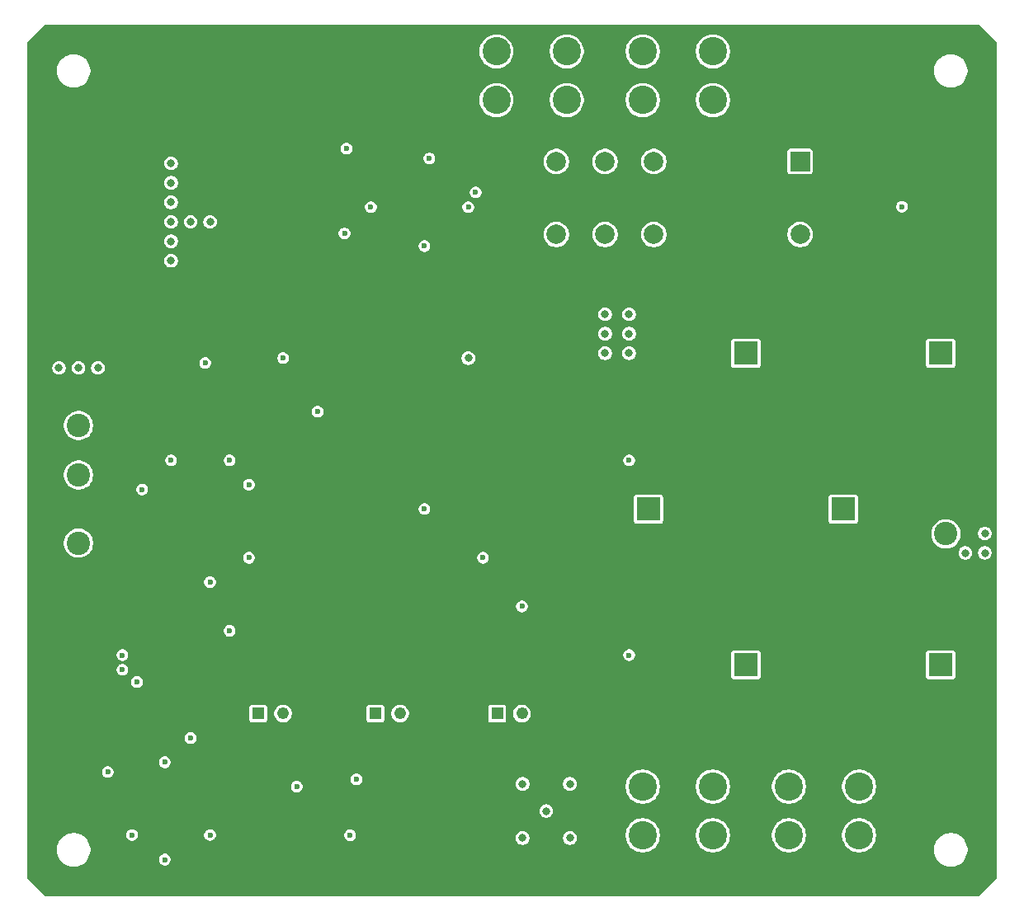
<source format=gbr>
%TF.GenerationSoftware,KiCad,Pcbnew,9.0.0*%
%TF.CreationDate,2025-08-07T11:31:08+08:00*%
%TF.ProjectId,Regen Clamp,52656765-6e20-4436-9c61-6d702e6b6963,1.1*%
%TF.SameCoordinates,PXa7d8c00PY8c30ac0*%
%TF.FileFunction,Copper,L2,Inr*%
%TF.FilePolarity,Positive*%
%FSLAX46Y46*%
G04 Gerber Fmt 4.6, Leading zero omitted, Abs format (unit mm)*
G04 Created by KiCad (PCBNEW 9.0.0) date 2025-08-07 11:31:08*
%MOMM*%
%LPD*%
G01*
G04 APERTURE LIST*
%TA.AperFunction,ComponentPad*%
%ADD10C,2.400000*%
%TD*%
%TA.AperFunction,ComponentPad*%
%ADD11C,2.900000*%
%TD*%
%TA.AperFunction,ComponentPad*%
%ADD12C,2.000000*%
%TD*%
%TA.AperFunction,ComponentPad*%
%ADD13R,2.000000X2.000000*%
%TD*%
%TA.AperFunction,ComponentPad*%
%ADD14R,1.218000X1.218000*%
%TD*%
%TA.AperFunction,ComponentPad*%
%ADD15C,1.218000*%
%TD*%
%TA.AperFunction,ComponentPad*%
%ADD16R,2.400000X2.400000*%
%TD*%
%TA.AperFunction,ViaPad*%
%ADD17C,0.600000*%
%TD*%
%TA.AperFunction,ViaPad*%
%ADD18C,0.800000*%
%TD*%
G04 APERTURE END LIST*
D10*
%TO.N,SW1*%
%TO.C,J2*%
X5500000Y36500000D03*
%TO.N,VIN-*%
X5500000Y31420000D03*
%TD*%
%TO.N,VOUT+*%
%TO.C,J5*%
X94500000Y37460000D03*
%TO.N,VIN-*%
X94500000Y42540000D03*
%TD*%
D11*
%TO.N,VOUT+*%
%TO.C,J3*%
X78400000Y11500000D03*
X78400000Y6500000D03*
X85600000Y11500000D03*
X85600000Y6500000D03*
%TD*%
D10*
%TO.N,SW2*%
%TO.C,J1*%
X5500000Y48580000D03*
%TO.N,SW1*%
X5500000Y43500000D03*
%TD*%
D12*
%TO.N,VOUT+*%
%TO.C,K1*%
X59537500Y75687500D03*
X59537500Y68187500D03*
%TO.N,R_PRECHARGE-*%
X64537500Y75687500D03*
X64537500Y68187500D03*
%TO.N,R_PRECHARGE+*%
X54537500Y75687500D03*
X54537500Y68187500D03*
D13*
%TO.N,+12V*%
X79537500Y75687500D03*
D12*
%TO.N,Net-(D6-A)*%
X79537500Y68187500D03*
%TD*%
D14*
%TO.N,unconnected-(RV2-Pad1)*%
%TO.C,RV2*%
X35960000Y19000000D03*
D15*
%TO.N,Net-(R42-Pad1)*%
X38500000Y19000000D03*
%TO.N,VIN-*%
X41040000Y19000000D03*
%TD*%
D16*
%TO.N,VOUT+*%
%TO.C,C23*%
X63977780Y40000000D03*
D10*
%TO.N,VIN-*%
X56477780Y40000000D03*
%TD*%
D16*
%TO.N,VOUT+*%
%TO.C,C22*%
X73977780Y24000000D03*
D10*
%TO.N,VIN-*%
X66477780Y24000000D03*
%TD*%
D11*
%TO.N,R_DISCHARGE-*%
%TO.C,J4*%
X63400000Y11500000D03*
X63400000Y6500000D03*
X70600000Y11500000D03*
X70600000Y6500000D03*
%TD*%
D14*
%TO.N,unconnected-(RV1-Pad1)*%
%TO.C,RV1*%
X48460000Y19000000D03*
D15*
%TO.N,Net-(R36-Pad1)*%
X51000000Y19000000D03*
%TO.N,VIN-*%
X53540000Y19000000D03*
%TD*%
D16*
%TO.N,VOUT+*%
%TO.C,C19*%
X83977780Y40000000D03*
D10*
%TO.N,VIN-*%
X76477780Y40000000D03*
%TD*%
D16*
%TO.N,VOUT+*%
%TO.C,C20*%
X93977780Y56000000D03*
D10*
%TO.N,VIN-*%
X86477780Y56000000D03*
%TD*%
D11*
%TO.N,R_PRECHARGE-*%
%TO.C,J7*%
X70600000Y82000000D03*
X70600000Y87000000D03*
X63400000Y82000000D03*
X63400000Y87000000D03*
%TD*%
%TO.N,R_PRECHARGE+*%
%TO.C,J6*%
X55600000Y82000000D03*
X55600000Y87000000D03*
X48400000Y82000000D03*
X48400000Y87000000D03*
%TD*%
D14*
%TO.N,unconnected-(RV3-Pad1)*%
%TO.C,RV3*%
X23960000Y19000000D03*
D15*
%TO.N,Net-(R23-Pad1)*%
X26500000Y19000000D03*
%TO.N,VIN-*%
X29040000Y19000000D03*
%TD*%
D16*
%TO.N,VOUT+*%
%TO.C,C24*%
X93977780Y24000000D03*
D10*
%TO.N,VIN-*%
X86477780Y24000000D03*
%TD*%
D16*
%TO.N,VOUT+*%
%TO.C,C21*%
X73977780Y56000000D03*
D10*
%TO.N,VIN-*%
X66477780Y56000000D03*
%TD*%
D17*
%TO.N,VIN+*%
X26500000Y55500000D03*
X12037500Y42000000D03*
X18500000Y55000000D03*
X30050000Y50000000D03*
D18*
%TO.N,VIN-*%
X43000000Y8500000D03*
D17*
X3500000Y19500000D03*
X29500000Y77000000D03*
D18*
X41000000Y13000000D03*
D17*
X24000000Y8250000D03*
D18*
X3500000Y31500000D03*
D17*
X11500000Y18500000D03*
X53000000Y50500000D03*
X19000000Y9000000D03*
X35637500Y9000000D03*
X11000000Y9000000D03*
D18*
X43000000Y4500000D03*
X28175000Y73525000D03*
D17*
X15250000Y21000000D03*
D18*
X24500000Y66000000D03*
D17*
X25000000Y11500000D03*
X27500000Y14000000D03*
D18*
X7500000Y31500000D03*
X28175000Y70475000D03*
X41000000Y6460000D03*
X96500000Y42500000D03*
X96500000Y44500000D03*
X28500000Y66000000D03*
X94500000Y44500000D03*
D17*
X40020000Y75000000D03*
X45500000Y50500000D03*
D18*
X7500000Y29500000D03*
D17*
X12500000Y25000000D03*
D18*
X43000000Y13000000D03*
X45000000Y4500000D03*
D17*
X39500000Y68000000D03*
D18*
X98500000Y44500000D03*
D17*
X34500000Y9000000D03*
X37000000Y8050000D03*
X44500000Y73905000D03*
X29500000Y67000000D03*
D18*
X26500000Y50000000D03*
X41000000Y4500000D03*
X18500000Y50000000D03*
X45000000Y13000000D03*
X24825000Y70475000D03*
D17*
X29500000Y76000000D03*
X17510000Y20490000D03*
X35500000Y11500000D03*
X49500000Y40000000D03*
X50500000Y50500000D03*
X90000000Y72950000D03*
X48000000Y50500000D03*
D18*
X28500000Y64000000D03*
D17*
X27500000Y4000000D03*
D18*
X26500000Y66000000D03*
D17*
X3500000Y14000000D03*
D18*
X24825000Y73525000D03*
X41000000Y8500000D03*
X24500000Y64000000D03*
D17*
X16500000Y14000000D03*
X13095000Y10000000D03*
D18*
X5500000Y29500000D03*
D17*
X36500000Y13000000D03*
X35500000Y6500000D03*
X21000000Y16500000D03*
X16500000Y4000000D03*
D18*
X26500000Y72000000D03*
D17*
X3500000Y25000000D03*
X35500000Y73000000D03*
D18*
X3500000Y29500000D03*
X98500000Y42500000D03*
X45000000Y8500000D03*
D17*
X47000000Y69500000D03*
X54750000Y50500000D03*
%TO.N,Net-(Q1-G)*%
X90000000Y71050000D03*
X46250000Y72510000D03*
D18*
%TO.N,+15V*%
X45500000Y55500000D03*
D17*
X19000000Y6525000D03*
X34020000Y12250000D03*
X32800000Y68300000D03*
X35500000Y71000000D03*
%TO.N,+12V*%
X11500000Y22250000D03*
X33000000Y77000000D03*
%TO.N,/VIN_REF*%
X41000000Y40000000D03*
X41000000Y67000000D03*
%TO.N,/VOUT_REF_PRE*%
X41500000Y76000000D03*
X21000000Y45000000D03*
%TO.N,VOUT_REF_DIS*%
X11000000Y6525000D03*
X10000000Y23500000D03*
D18*
%TO.N,VOUT+*%
X59537500Y58000000D03*
X59537500Y56000000D03*
X59537500Y60000000D03*
X62000000Y60000000D03*
X98500000Y37500000D03*
D17*
X62000000Y25000000D03*
D18*
X96500000Y35500000D03*
X62000000Y58000000D03*
X98500000Y35500000D03*
D17*
X62000000Y45000000D03*
D18*
X62000000Y56000000D03*
D17*
%TO.N,+5V*%
X27900000Y11500000D03*
X17000000Y16500000D03*
%TO.N,/Comparator/VIN_REF_H*%
X21000000Y27500000D03*
X14365000Y4000000D03*
%TO.N,/Comparator/VIN_REF_L*%
X14365000Y14000000D03*
X19000000Y32500000D03*
D18*
%TO.N,R_PRECHARGE+*%
X15000000Y65500000D03*
X15000000Y73500000D03*
X15000000Y71500000D03*
X15000000Y75500000D03*
X17000000Y69500000D03*
X19000000Y69500000D03*
X15000000Y67500000D03*
X15000000Y69500000D03*
%TO.N,R_DISCHARGE-*%
X55925000Y6225000D03*
X51075000Y11775000D03*
X55925000Y11775000D03*
X51075000Y6225000D03*
X53500000Y9000000D03*
D17*
%TO.N,/PRE*%
X45500000Y71000000D03*
X10000000Y25000000D03*
%TO.N,/DIS*%
X33362500Y6500000D03*
X8510000Y13000000D03*
D18*
%TO.N,SW2*%
X5500000Y54500000D03*
X3500000Y54500000D03*
X7500000Y54500000D03*
D17*
%TO.N,Net-(R36-Pad1)*%
X51000000Y30000000D03*
%TO.N,Net-(R42-Pad1)*%
X47000000Y35000000D03*
%TO.N,Net-(R23-Pad1)*%
X23000000Y42500000D03*
X15000000Y45000000D03*
X23000000Y35000000D03*
%TD*%
%TA.AperFunction,Conductor*%
%TO.N,VIN-*%
G36*
X97914545Y89731194D02*
G01*
X99731194Y87914545D01*
X99749500Y87870351D01*
X99749500Y2129649D01*
X99731194Y2085455D01*
X97914545Y268806D01*
X97870351Y250500D01*
X2129649Y250500D01*
X2085455Y268806D01*
X268806Y2085455D01*
X250500Y2129649D01*
X250500Y5112773D01*
X3279500Y5112773D01*
X3279500Y4887228D01*
X3308938Y4663624D01*
X3308938Y4663623D01*
X3367309Y4445782D01*
X3453617Y4237413D01*
X3453618Y4237410D01*
X3566385Y4042093D01*
X3566387Y4042090D01*
X3703684Y3863161D01*
X3863161Y3703684D01*
X4042090Y3566387D01*
X4237409Y3453619D01*
X4445777Y3367311D01*
X4663627Y3308938D01*
X4887232Y3279500D01*
X4887238Y3279500D01*
X5112762Y3279500D01*
X5112768Y3279500D01*
X5336373Y3308938D01*
X5554223Y3367311D01*
X5762591Y3453619D01*
X5957910Y3566387D01*
X6136839Y3703684D01*
X6296316Y3863161D01*
X6433613Y4042090D01*
X6454955Y4079056D01*
X13764500Y4079056D01*
X13764500Y3920945D01*
X13764501Y3920937D01*
X13805421Y3768220D01*
X13805422Y3768217D01*
X13805423Y3768216D01*
X13884480Y3631284D01*
X13996284Y3519480D01*
X14133216Y3440423D01*
X14133219Y3440422D01*
X14226681Y3415379D01*
X14285943Y3399500D01*
X14285944Y3399500D01*
X14444056Y3399500D01*
X14444057Y3399500D01*
X14596784Y3440423D01*
X14733716Y3519480D01*
X14845520Y3631284D01*
X14924577Y3768216D01*
X14965500Y3920943D01*
X14965500Y4079057D01*
X14924577Y4231784D01*
X14845520Y4368716D01*
X14733716Y4480520D01*
X14637464Y4536091D01*
X14596783Y4559578D01*
X14596780Y4559579D01*
X14444063Y4600499D01*
X14444058Y4600500D01*
X14444057Y4600500D01*
X14285943Y4600500D01*
X14285942Y4600500D01*
X14285936Y4600499D01*
X14133219Y4559579D01*
X14133216Y4559578D01*
X14036964Y4504007D01*
X13996284Y4480520D01*
X13996283Y4480519D01*
X13996279Y4480516D01*
X13884484Y4368721D01*
X13884481Y4368717D01*
X13805422Y4231784D01*
X13805421Y4231781D01*
X13764501Y4079064D01*
X13764500Y4079056D01*
X6454955Y4079056D01*
X6546381Y4237409D01*
X6632689Y4445777D01*
X6691062Y4663627D01*
X6720500Y4887232D01*
X6720500Y5112768D01*
X6691062Y5336373D01*
X6689195Y5343339D01*
X6632690Y5554219D01*
X6632689Y5554223D01*
X6546381Y5762591D01*
X6433613Y5957910D01*
X6300582Y6131280D01*
X6296320Y6136834D01*
X6296311Y6136844D01*
X6136843Y6296312D01*
X6136833Y6296321D01*
X6020908Y6385273D01*
X5957910Y6433613D01*
X5957907Y6433615D01*
X5762590Y6546382D01*
X5762580Y6546387D01*
X5752867Y6550410D01*
X5752865Y6550410D01*
X5623350Y6604056D01*
X10399500Y6604056D01*
X10399500Y6445945D01*
X10399501Y6445937D01*
X10440421Y6293220D01*
X10440422Y6293217D01*
X10463909Y6252536D01*
X10519480Y6156284D01*
X10631284Y6044480D01*
X10768216Y5965423D01*
X10768219Y5965422D01*
X10796262Y5957908D01*
X10920943Y5924500D01*
X10920944Y5924500D01*
X11079056Y5924500D01*
X11079057Y5924500D01*
X11231784Y5965423D01*
X11368716Y6044480D01*
X11480520Y6156284D01*
X11559577Y6293216D01*
X11600500Y6445943D01*
X11600500Y6604056D01*
X18399500Y6604056D01*
X18399500Y6445945D01*
X18399501Y6445937D01*
X18440421Y6293220D01*
X18440422Y6293217D01*
X18463909Y6252536D01*
X18519480Y6156284D01*
X18631284Y6044480D01*
X18768216Y5965423D01*
X18768219Y5965422D01*
X18796262Y5957908D01*
X18920943Y5924500D01*
X18920944Y5924500D01*
X19079056Y5924500D01*
X19079057Y5924500D01*
X19231784Y5965423D01*
X19368716Y6044480D01*
X19480520Y6156284D01*
X19559577Y6293216D01*
X19600500Y6445943D01*
X19600500Y6579056D01*
X32762000Y6579056D01*
X32762000Y6420945D01*
X32762001Y6420937D01*
X32802921Y6268220D01*
X32802922Y6268217D01*
X32802923Y6268216D01*
X32881980Y6131284D01*
X32993784Y6019480D01*
X33100431Y5957908D01*
X33130716Y5940423D01*
X33130719Y5940422D01*
X33224181Y5915379D01*
X33283443Y5899500D01*
X33283444Y5899500D01*
X33441556Y5899500D01*
X33441557Y5899500D01*
X33594284Y5940423D01*
X33731216Y6019480D01*
X33843020Y6131284D01*
X33922077Y6268216D01*
X33928984Y6293994D01*
X50374500Y6293994D01*
X50374500Y6156007D01*
X50401419Y6020674D01*
X50401419Y6020673D01*
X50451610Y5899502D01*
X50454225Y5893189D01*
X50530886Y5778458D01*
X50628458Y5680886D01*
X50743189Y5604225D01*
X50870672Y5551420D01*
X51006007Y5524500D01*
X51143993Y5524500D01*
X51279328Y5551420D01*
X51406811Y5604225D01*
X51521542Y5680886D01*
X51619114Y5778458D01*
X51695775Y5893189D01*
X51748580Y6020672D01*
X51775500Y6156007D01*
X51775500Y6293993D01*
X51775500Y6293994D01*
X55224500Y6293994D01*
X55224500Y6156007D01*
X55251419Y6020674D01*
X55251419Y6020673D01*
X55301610Y5899502D01*
X55304225Y5893189D01*
X55380886Y5778458D01*
X55478458Y5680886D01*
X55593189Y5604225D01*
X55720672Y5551420D01*
X55856007Y5524500D01*
X55993993Y5524500D01*
X56129328Y5551420D01*
X56256811Y5604225D01*
X56371542Y5680886D01*
X56469114Y5778458D01*
X56545775Y5893189D01*
X56598580Y6020672D01*
X56625500Y6156007D01*
X56625500Y6293993D01*
X56598580Y6429328D01*
X56545775Y6556811D01*
X56507069Y6614739D01*
X61649500Y6614739D01*
X61649500Y6385262D01*
X61679452Y6157760D01*
X61679452Y6157758D01*
X61733002Y5957908D01*
X61738842Y5936113D01*
X61754007Y5899502D01*
X61826653Y5724118D01*
X61826659Y5724106D01*
X61924741Y5554223D01*
X61941389Y5525388D01*
X62081081Y5343339D01*
X62243339Y5181081D01*
X62425388Y5041389D01*
X62624112Y4926656D01*
X62836113Y4838842D01*
X63057762Y4779452D01*
X63285266Y4749500D01*
X63285272Y4749500D01*
X63514728Y4749500D01*
X63514734Y4749500D01*
X63742238Y4779452D01*
X63963887Y4838842D01*
X64175888Y4926656D01*
X64374612Y5041389D01*
X64556661Y5181081D01*
X64718919Y5343339D01*
X64858611Y5525388D01*
X64973344Y5724112D01*
X65061158Y5936113D01*
X65120548Y6157762D01*
X65150500Y6385266D01*
X65150500Y6614734D01*
X65150499Y6614739D01*
X68849500Y6614739D01*
X68849500Y6385262D01*
X68879452Y6157760D01*
X68879452Y6157758D01*
X68933002Y5957908D01*
X68938842Y5936113D01*
X68954007Y5899502D01*
X69026653Y5724118D01*
X69026659Y5724106D01*
X69124741Y5554223D01*
X69141389Y5525388D01*
X69281081Y5343339D01*
X69443339Y5181081D01*
X69625388Y5041389D01*
X69824112Y4926656D01*
X70036113Y4838842D01*
X70257762Y4779452D01*
X70485266Y4749500D01*
X70485272Y4749500D01*
X70714728Y4749500D01*
X70714734Y4749500D01*
X70942238Y4779452D01*
X71163887Y4838842D01*
X71375888Y4926656D01*
X71574612Y5041389D01*
X71756661Y5181081D01*
X71918919Y5343339D01*
X72058611Y5525388D01*
X72173344Y5724112D01*
X72261158Y5936113D01*
X72320548Y6157762D01*
X72350500Y6385266D01*
X72350500Y6614734D01*
X72350499Y6614739D01*
X76649500Y6614739D01*
X76649500Y6385262D01*
X76679452Y6157760D01*
X76679452Y6157758D01*
X76733002Y5957908D01*
X76738842Y5936113D01*
X76754007Y5899502D01*
X76826653Y5724118D01*
X76826659Y5724106D01*
X76924741Y5554223D01*
X76941389Y5525388D01*
X77081081Y5343339D01*
X77243339Y5181081D01*
X77425388Y5041389D01*
X77624112Y4926656D01*
X77836113Y4838842D01*
X78057762Y4779452D01*
X78285266Y4749500D01*
X78285272Y4749500D01*
X78514728Y4749500D01*
X78514734Y4749500D01*
X78742238Y4779452D01*
X78963887Y4838842D01*
X79175888Y4926656D01*
X79374612Y5041389D01*
X79556661Y5181081D01*
X79718919Y5343339D01*
X79858611Y5525388D01*
X79973344Y5724112D01*
X80061158Y5936113D01*
X80120548Y6157762D01*
X80150500Y6385266D01*
X80150500Y6614734D01*
X80150499Y6614739D01*
X83849500Y6614739D01*
X83849500Y6385262D01*
X83879452Y6157760D01*
X83879452Y6157758D01*
X83933002Y5957908D01*
X83938842Y5936113D01*
X83954007Y5899502D01*
X84026653Y5724118D01*
X84026659Y5724106D01*
X84124741Y5554223D01*
X84141389Y5525388D01*
X84281081Y5343339D01*
X84443339Y5181081D01*
X84625388Y5041389D01*
X84824112Y4926656D01*
X85036113Y4838842D01*
X85257762Y4779452D01*
X85485266Y4749500D01*
X85485272Y4749500D01*
X85714728Y4749500D01*
X85714734Y4749500D01*
X85942238Y4779452D01*
X86163887Y4838842D01*
X86375888Y4926656D01*
X86574612Y5041389D01*
X86667641Y5112773D01*
X93279500Y5112773D01*
X93279500Y4887228D01*
X93308938Y4663624D01*
X93308938Y4663623D01*
X93367309Y4445782D01*
X93453617Y4237413D01*
X93453618Y4237410D01*
X93566385Y4042093D01*
X93566387Y4042090D01*
X93703684Y3863161D01*
X93863161Y3703684D01*
X94042090Y3566387D01*
X94237409Y3453619D01*
X94445777Y3367311D01*
X94663627Y3308938D01*
X94887232Y3279500D01*
X94887238Y3279500D01*
X95112762Y3279500D01*
X95112768Y3279500D01*
X95336373Y3308938D01*
X95554223Y3367311D01*
X95762591Y3453619D01*
X95957910Y3566387D01*
X96136839Y3703684D01*
X96296316Y3863161D01*
X96433613Y4042090D01*
X96546381Y4237409D01*
X96632689Y4445777D01*
X96691062Y4663627D01*
X96720500Y4887232D01*
X96720500Y5112768D01*
X96691062Y5336373D01*
X96689195Y5343339D01*
X96632690Y5554219D01*
X96632689Y5554223D01*
X96546381Y5762591D01*
X96433613Y5957910D01*
X96300582Y6131280D01*
X96296320Y6136834D01*
X96296311Y6136844D01*
X96136843Y6296312D01*
X96136833Y6296321D01*
X96020908Y6385273D01*
X95957910Y6433613D01*
X95957907Y6433615D01*
X95762590Y6546382D01*
X95762587Y6546383D01*
X95554218Y6632691D01*
X95336376Y6691062D01*
X95112772Y6720500D01*
X95112768Y6720500D01*
X94887232Y6720500D01*
X94887227Y6720500D01*
X94663623Y6691062D01*
X94663622Y6691062D01*
X94445781Y6632691D01*
X94237412Y6546383D01*
X94237409Y6546382D01*
X94042092Y6433615D01*
X93863166Y6296321D01*
X93863156Y6296312D01*
X93703688Y6136844D01*
X93703679Y6136834D01*
X93566385Y5957908D01*
X93453618Y5762591D01*
X93453617Y5762588D01*
X93367309Y5554219D01*
X93308938Y5336378D01*
X93308938Y5336377D01*
X93279500Y5112773D01*
X86667641Y5112773D01*
X86756661Y5181081D01*
X86918919Y5343339D01*
X87058611Y5525388D01*
X87173344Y5724112D01*
X87261158Y5936113D01*
X87320548Y6157762D01*
X87350500Y6385266D01*
X87350500Y6614734D01*
X87320548Y6842238D01*
X87319600Y6845775D01*
X87262313Y7059577D01*
X87261158Y7063887D01*
X87173344Y7275888D01*
X87058611Y7474612D01*
X86918919Y7656661D01*
X86756661Y7818919D01*
X86574612Y7958611D01*
X86558316Y7968020D01*
X86375894Y8073341D01*
X86375882Y8073347D01*
X86266763Y8118546D01*
X86163887Y8161158D01*
X86163883Y8161159D01*
X86163881Y8161160D01*
X86163882Y8161160D01*
X85942241Y8220548D01*
X85714738Y8250500D01*
X85714734Y8250500D01*
X85485266Y8250500D01*
X85485261Y8250500D01*
X85257759Y8220548D01*
X85257757Y8220548D01*
X85036118Y8161160D01*
X84824117Y8073347D01*
X84824105Y8073341D01*
X84625394Y7958615D01*
X84625391Y7958613D01*
X84625388Y7958611D01*
X84528823Y7884514D01*
X84443337Y7818918D01*
X84281082Y7656663D01*
X84215486Y7571177D01*
X84141389Y7474612D01*
X84141387Y7474609D01*
X84141385Y7474606D01*
X84026659Y7275895D01*
X84026653Y7275883D01*
X83938840Y7063882D01*
X83879452Y6842243D01*
X83879452Y6842241D01*
X83849500Y6614739D01*
X80150499Y6614739D01*
X80120548Y6842238D01*
X80119600Y6845775D01*
X80062313Y7059577D01*
X80061158Y7063887D01*
X79973344Y7275888D01*
X79858611Y7474612D01*
X79718919Y7656661D01*
X79556661Y7818919D01*
X79374612Y7958611D01*
X79358316Y7968020D01*
X79175894Y8073341D01*
X79175882Y8073347D01*
X79066763Y8118546D01*
X78963887Y8161158D01*
X78963883Y8161159D01*
X78963881Y8161160D01*
X78963882Y8161160D01*
X78742241Y8220548D01*
X78514738Y8250500D01*
X78514734Y8250500D01*
X78285266Y8250500D01*
X78285261Y8250500D01*
X78057759Y8220548D01*
X78057757Y8220548D01*
X77836118Y8161160D01*
X77624117Y8073347D01*
X77624105Y8073341D01*
X77425394Y7958615D01*
X77425391Y7958613D01*
X77425388Y7958611D01*
X77328823Y7884514D01*
X77243337Y7818918D01*
X77081082Y7656663D01*
X77015486Y7571177D01*
X76941389Y7474612D01*
X76941387Y7474609D01*
X76941385Y7474606D01*
X76826659Y7275895D01*
X76826653Y7275883D01*
X76738840Y7063882D01*
X76679452Y6842243D01*
X76679452Y6842241D01*
X76649500Y6614739D01*
X72350499Y6614739D01*
X72320548Y6842238D01*
X72319600Y6845775D01*
X72262313Y7059577D01*
X72261158Y7063887D01*
X72173344Y7275888D01*
X72058611Y7474612D01*
X71918919Y7656661D01*
X71756661Y7818919D01*
X71574612Y7958611D01*
X71558316Y7968020D01*
X71375894Y8073341D01*
X71375882Y8073347D01*
X71266763Y8118546D01*
X71163887Y8161158D01*
X71163883Y8161159D01*
X71163881Y8161160D01*
X71163882Y8161160D01*
X70942241Y8220548D01*
X70714738Y8250500D01*
X70714734Y8250500D01*
X70485266Y8250500D01*
X70485261Y8250500D01*
X70257759Y8220548D01*
X70257757Y8220548D01*
X70036118Y8161160D01*
X69824117Y8073347D01*
X69824105Y8073341D01*
X69625394Y7958615D01*
X69625391Y7958613D01*
X69625388Y7958611D01*
X69528823Y7884514D01*
X69443337Y7818918D01*
X69281082Y7656663D01*
X69215486Y7571177D01*
X69141389Y7474612D01*
X69141387Y7474609D01*
X69141385Y7474606D01*
X69026659Y7275895D01*
X69026653Y7275883D01*
X68938840Y7063882D01*
X68879452Y6842243D01*
X68879452Y6842241D01*
X68849500Y6614739D01*
X65150499Y6614739D01*
X65120548Y6842238D01*
X65119600Y6845775D01*
X65062313Y7059577D01*
X65061158Y7063887D01*
X64973344Y7275888D01*
X64858611Y7474612D01*
X64718919Y7656661D01*
X64556661Y7818919D01*
X64374612Y7958611D01*
X64358316Y7968020D01*
X64175894Y8073341D01*
X64175882Y8073347D01*
X64066763Y8118546D01*
X63963887Y8161158D01*
X63963883Y8161159D01*
X63963881Y8161160D01*
X63963882Y8161160D01*
X63742241Y8220548D01*
X63514738Y8250500D01*
X63514734Y8250500D01*
X63285266Y8250500D01*
X63285261Y8250500D01*
X63057759Y8220548D01*
X63057757Y8220548D01*
X62836118Y8161160D01*
X62624117Y8073347D01*
X62624105Y8073341D01*
X62425394Y7958615D01*
X62425391Y7958613D01*
X62425388Y7958611D01*
X62328823Y7884514D01*
X62243337Y7818918D01*
X62081082Y7656663D01*
X62015486Y7571177D01*
X61941389Y7474612D01*
X61941387Y7474609D01*
X61941385Y7474606D01*
X61826659Y7275895D01*
X61826653Y7275883D01*
X61738840Y7063882D01*
X61679452Y6842243D01*
X61679452Y6842241D01*
X61649500Y6614739D01*
X56507069Y6614739D01*
X56469114Y6671542D01*
X56371542Y6769114D01*
X56371541Y6769115D01*
X56256813Y6845774D01*
X56256811Y6845775D01*
X56129326Y6898581D01*
X55993993Y6925500D01*
X55856007Y6925500D01*
X55720673Y6898581D01*
X55720672Y6898581D01*
X55593188Y6845775D01*
X55593186Y6845774D01*
X55478458Y6769115D01*
X55380885Y6671542D01*
X55304226Y6556814D01*
X55304225Y6556812D01*
X55251419Y6429328D01*
X55251419Y6429327D01*
X55224500Y6293994D01*
X51775500Y6293994D01*
X51748580Y6429328D01*
X51695775Y6556811D01*
X51619114Y6671542D01*
X51521542Y6769114D01*
X51521541Y6769115D01*
X51406813Y6845774D01*
X51406811Y6845775D01*
X51279326Y6898581D01*
X51143993Y6925500D01*
X51006007Y6925500D01*
X50870673Y6898581D01*
X50870672Y6898581D01*
X50743188Y6845775D01*
X50743186Y6845774D01*
X50628458Y6769115D01*
X50530885Y6671542D01*
X50454226Y6556814D01*
X50454225Y6556812D01*
X50401419Y6429328D01*
X50401419Y6429327D01*
X50374500Y6293994D01*
X33928984Y6293994D01*
X33963000Y6420943D01*
X33963000Y6579057D01*
X33938219Y6671542D01*
X33922078Y6731781D01*
X33922077Y6731784D01*
X33907643Y6756784D01*
X33843020Y6868716D01*
X33731216Y6980520D01*
X33634964Y7036091D01*
X33594283Y7059578D01*
X33594280Y7059579D01*
X33441563Y7100499D01*
X33441558Y7100500D01*
X33441557Y7100500D01*
X33283443Y7100500D01*
X33283442Y7100500D01*
X33283436Y7100499D01*
X33130719Y7059579D01*
X33130716Y7059578D01*
X33037086Y7005520D01*
X32993784Y6980520D01*
X32993783Y6980519D01*
X32993779Y6980516D01*
X32881984Y6868721D01*
X32881981Y6868717D01*
X32802922Y6731784D01*
X32802921Y6731781D01*
X32762001Y6579064D01*
X32762000Y6579056D01*
X19600500Y6579056D01*
X19600500Y6604057D01*
X19559577Y6756784D01*
X19480520Y6893716D01*
X19368716Y7005520D01*
X19267629Y7063882D01*
X19231783Y7084578D01*
X19231780Y7084579D01*
X19079063Y7125499D01*
X19079058Y7125500D01*
X19079057Y7125500D01*
X18920943Y7125500D01*
X18920942Y7125500D01*
X18920936Y7125499D01*
X18768219Y7084579D01*
X18768216Y7084578D01*
X18671964Y7029007D01*
X18631284Y7005520D01*
X18631283Y7005519D01*
X18631279Y7005516D01*
X18519484Y6893721D01*
X18519481Y6893717D01*
X18519480Y6893716D01*
X18495993Y6853036D01*
X18440422Y6756784D01*
X18440421Y6756781D01*
X18399501Y6604064D01*
X18399500Y6604056D01*
X11600500Y6604056D01*
X11600500Y6604057D01*
X11559577Y6756784D01*
X11480520Y6893716D01*
X11368716Y7005520D01*
X11267629Y7063882D01*
X11231783Y7084578D01*
X11231780Y7084579D01*
X11079063Y7125499D01*
X11079058Y7125500D01*
X11079057Y7125500D01*
X10920943Y7125500D01*
X10920942Y7125500D01*
X10920936Y7125499D01*
X10768219Y7084579D01*
X10768216Y7084578D01*
X10671964Y7029007D01*
X10631284Y7005520D01*
X10631283Y7005519D01*
X10631279Y7005516D01*
X10519484Y6893721D01*
X10519481Y6893717D01*
X10519480Y6893716D01*
X10495993Y6853036D01*
X10440422Y6756784D01*
X10440421Y6756781D01*
X10399501Y6604064D01*
X10399500Y6604056D01*
X5623350Y6604056D01*
X5554218Y6632691D01*
X5336376Y6691062D01*
X5112772Y6720500D01*
X5112768Y6720500D01*
X4887232Y6720500D01*
X4887227Y6720500D01*
X4663623Y6691062D01*
X4663622Y6691062D01*
X4445781Y6632691D01*
X4237412Y6546383D01*
X4237409Y6546382D01*
X4042092Y6433615D01*
X3863166Y6296321D01*
X3863156Y6296312D01*
X3703688Y6136844D01*
X3703679Y6136834D01*
X3566385Y5957908D01*
X3453618Y5762591D01*
X3453617Y5762588D01*
X3367309Y5554219D01*
X3308938Y5336378D01*
X3308938Y5336377D01*
X3279500Y5112773D01*
X250500Y5112773D01*
X250500Y9068994D01*
X52799500Y9068994D01*
X52799500Y8931007D01*
X52826419Y8795674D01*
X52826419Y8795673D01*
X52879225Y8668189D01*
X52955886Y8553458D01*
X53053458Y8455886D01*
X53168189Y8379225D01*
X53295672Y8326420D01*
X53431007Y8299500D01*
X53568993Y8299500D01*
X53704328Y8326420D01*
X53831811Y8379225D01*
X53946542Y8455886D01*
X54044114Y8553458D01*
X54120775Y8668189D01*
X54173580Y8795672D01*
X54200500Y8931007D01*
X54200500Y9068993D01*
X54173580Y9204328D01*
X54120775Y9331811D01*
X54044114Y9446542D01*
X53946542Y9544114D01*
X53946541Y9544115D01*
X53831813Y9620774D01*
X53831811Y9620775D01*
X53704326Y9673581D01*
X53568993Y9700500D01*
X53431007Y9700500D01*
X53295673Y9673581D01*
X53295672Y9673581D01*
X53168188Y9620775D01*
X53168186Y9620774D01*
X53053458Y9544115D01*
X52955885Y9446542D01*
X52879226Y9331814D01*
X52879225Y9331812D01*
X52826419Y9204328D01*
X52826419Y9204327D01*
X52799500Y9068994D01*
X250500Y9068994D01*
X250500Y11579056D01*
X27299500Y11579056D01*
X27299500Y11420945D01*
X27299501Y11420937D01*
X27340421Y11268220D01*
X27340422Y11268217D01*
X27340423Y11268216D01*
X27419480Y11131284D01*
X27531284Y11019480D01*
X27668216Y10940423D01*
X27668219Y10940422D01*
X27684301Y10936113D01*
X27820943Y10899500D01*
X27820944Y10899500D01*
X27979056Y10899500D01*
X27979057Y10899500D01*
X28131784Y10940423D01*
X28268716Y11019480D01*
X28380520Y11131284D01*
X28459577Y11268216D01*
X28500500Y11420943D01*
X28500500Y11579057D01*
X28459577Y11731784D01*
X28380520Y11868716D01*
X28268716Y11980520D01*
X28172464Y12036091D01*
X28131783Y12059578D01*
X28131780Y12059579D01*
X27979063Y12100499D01*
X27979058Y12100500D01*
X27979057Y12100500D01*
X27820943Y12100500D01*
X27820942Y12100500D01*
X27820936Y12100499D01*
X27668219Y12059579D01*
X27668216Y12059578D01*
X27596576Y12018216D01*
X27531284Y11980520D01*
X27531283Y11980519D01*
X27531279Y11980516D01*
X27419484Y11868721D01*
X27419481Y11868717D01*
X27340422Y11731784D01*
X27340421Y11731781D01*
X27299501Y11579064D01*
X27299500Y11579056D01*
X250500Y11579056D01*
X250500Y12329056D01*
X33419500Y12329056D01*
X33419500Y12170945D01*
X33419501Y12170937D01*
X33460421Y12018220D01*
X33460422Y12018217D01*
X33460423Y12018216D01*
X33539480Y11881284D01*
X33651284Y11769480D01*
X33788216Y11690423D01*
X33788219Y11690422D01*
X33881681Y11665379D01*
X33940943Y11649500D01*
X33940944Y11649500D01*
X34099056Y11649500D01*
X34099057Y11649500D01*
X34251784Y11690423D01*
X34388716Y11769480D01*
X34463230Y11843994D01*
X50374500Y11843994D01*
X50374500Y11706007D01*
X50401419Y11570674D01*
X50401419Y11570673D01*
X50454225Y11443189D01*
X50454226Y11443187D01*
X50530885Y11328459D01*
X50628458Y11230886D01*
X50737901Y11157758D01*
X50743189Y11154225D01*
X50870672Y11101420D01*
X51006007Y11074500D01*
X51143993Y11074500D01*
X51279328Y11101420D01*
X51406811Y11154225D01*
X51521542Y11230886D01*
X51619114Y11328458D01*
X51695775Y11443189D01*
X51748580Y11570672D01*
X51775500Y11706007D01*
X51775500Y11843993D01*
X51775500Y11843994D01*
X55224500Y11843994D01*
X55224500Y11706007D01*
X55251419Y11570674D01*
X55251419Y11570673D01*
X55304225Y11443189D01*
X55304226Y11443187D01*
X55380885Y11328459D01*
X55478458Y11230886D01*
X55587901Y11157758D01*
X55593189Y11154225D01*
X55720672Y11101420D01*
X55856007Y11074500D01*
X55993993Y11074500D01*
X56129328Y11101420D01*
X56256811Y11154225D01*
X56371542Y11230886D01*
X56469114Y11328458D01*
X56545775Y11443189D01*
X56598580Y11570672D01*
X56607346Y11614739D01*
X61649500Y11614739D01*
X61649500Y11385262D01*
X61679452Y11157760D01*
X61679452Y11157758D01*
X61738840Y10936119D01*
X61826653Y10724118D01*
X61826656Y10724112D01*
X61941389Y10525388D01*
X62081081Y10343339D01*
X62243339Y10181081D01*
X62425388Y10041389D01*
X62624112Y9926656D01*
X62836113Y9838842D01*
X63057762Y9779452D01*
X63285266Y9749500D01*
X63285272Y9749500D01*
X63514728Y9749500D01*
X63514734Y9749500D01*
X63742238Y9779452D01*
X63963887Y9838842D01*
X64175888Y9926656D01*
X64374612Y10041389D01*
X64556661Y10181081D01*
X64718919Y10343339D01*
X64858611Y10525388D01*
X64973344Y10724112D01*
X65061158Y10936113D01*
X65120548Y11157762D01*
X65150500Y11385266D01*
X65150500Y11614734D01*
X65150499Y11614739D01*
X68849500Y11614739D01*
X68849500Y11385262D01*
X68879452Y11157760D01*
X68879452Y11157758D01*
X68938840Y10936119D01*
X69026653Y10724118D01*
X69026656Y10724112D01*
X69141389Y10525388D01*
X69281081Y10343339D01*
X69443339Y10181081D01*
X69625388Y10041389D01*
X69824112Y9926656D01*
X70036113Y9838842D01*
X70257762Y9779452D01*
X70485266Y9749500D01*
X70485272Y9749500D01*
X70714728Y9749500D01*
X70714734Y9749500D01*
X70942238Y9779452D01*
X71163887Y9838842D01*
X71375888Y9926656D01*
X71574612Y10041389D01*
X71756661Y10181081D01*
X71918919Y10343339D01*
X72058611Y10525388D01*
X72173344Y10724112D01*
X72261158Y10936113D01*
X72320548Y11157762D01*
X72350500Y11385266D01*
X72350500Y11614734D01*
X72350499Y11614739D01*
X76649500Y11614739D01*
X76649500Y11385262D01*
X76679452Y11157760D01*
X76679452Y11157758D01*
X76738840Y10936119D01*
X76826653Y10724118D01*
X76826656Y10724112D01*
X76941389Y10525388D01*
X77081081Y10343339D01*
X77243339Y10181081D01*
X77425388Y10041389D01*
X77624112Y9926656D01*
X77836113Y9838842D01*
X78057762Y9779452D01*
X78285266Y9749500D01*
X78285272Y9749500D01*
X78514728Y9749500D01*
X78514734Y9749500D01*
X78742238Y9779452D01*
X78963887Y9838842D01*
X79175888Y9926656D01*
X79374612Y10041389D01*
X79556661Y10181081D01*
X79718919Y10343339D01*
X79858611Y10525388D01*
X79973344Y10724112D01*
X80061158Y10936113D01*
X80120548Y11157762D01*
X80150500Y11385266D01*
X80150500Y11614734D01*
X80150499Y11614739D01*
X83849500Y11614739D01*
X83849500Y11385262D01*
X83879452Y11157760D01*
X83879452Y11157758D01*
X83938840Y10936119D01*
X84026653Y10724118D01*
X84026656Y10724112D01*
X84141389Y10525388D01*
X84281081Y10343339D01*
X84443339Y10181081D01*
X84625388Y10041389D01*
X84824112Y9926656D01*
X85036113Y9838842D01*
X85257762Y9779452D01*
X85485266Y9749500D01*
X85485272Y9749500D01*
X85714728Y9749500D01*
X85714734Y9749500D01*
X85942238Y9779452D01*
X86163887Y9838842D01*
X86375888Y9926656D01*
X86574612Y10041389D01*
X86756661Y10181081D01*
X86918919Y10343339D01*
X87058611Y10525388D01*
X87173344Y10724112D01*
X87261158Y10936113D01*
X87320548Y11157762D01*
X87350500Y11385266D01*
X87350500Y11614734D01*
X87320548Y11842238D01*
X87320077Y11843994D01*
X87290853Y11953063D01*
X87261158Y12063887D01*
X87173344Y12275888D01*
X87058611Y12474612D01*
X86918919Y12656661D01*
X86756661Y12818919D01*
X86574612Y12958611D01*
X86558316Y12968020D01*
X86375894Y13073341D01*
X86375882Y13073347D01*
X86266763Y13118546D01*
X86163887Y13161158D01*
X86163883Y13161159D01*
X86163881Y13161160D01*
X86163882Y13161160D01*
X85942241Y13220548D01*
X85714738Y13250500D01*
X85714734Y13250500D01*
X85485266Y13250500D01*
X85485261Y13250500D01*
X85257759Y13220548D01*
X85257757Y13220548D01*
X85036118Y13161160D01*
X84824117Y13073347D01*
X84824105Y13073341D01*
X84625394Y12958615D01*
X84625391Y12958613D01*
X84625388Y12958611D01*
X84576291Y12920937D01*
X84443337Y12818918D01*
X84281082Y12656663D01*
X84215486Y12571177D01*
X84141389Y12474612D01*
X84141387Y12474609D01*
X84141385Y12474606D01*
X84026659Y12275895D01*
X84026653Y12275883D01*
X83938840Y12063882D01*
X83879452Y11842243D01*
X83879452Y11842241D01*
X83849500Y11614739D01*
X80150499Y11614739D01*
X80120548Y11842238D01*
X80120077Y11843994D01*
X80090853Y11953063D01*
X80061158Y12063887D01*
X79973344Y12275888D01*
X79858611Y12474612D01*
X79718919Y12656661D01*
X79556661Y12818919D01*
X79374612Y12958611D01*
X79358316Y12968020D01*
X79175894Y13073341D01*
X79175882Y13073347D01*
X79066763Y13118546D01*
X78963887Y13161158D01*
X78963883Y13161159D01*
X78963881Y13161160D01*
X78963882Y13161160D01*
X78742241Y13220548D01*
X78514738Y13250500D01*
X78514734Y13250500D01*
X78285266Y13250500D01*
X78285261Y13250500D01*
X78057759Y13220548D01*
X78057757Y13220548D01*
X77836118Y13161160D01*
X77624117Y13073347D01*
X77624105Y13073341D01*
X77425394Y12958615D01*
X77425391Y12958613D01*
X77425388Y12958611D01*
X77376291Y12920937D01*
X77243337Y12818918D01*
X77081082Y12656663D01*
X77015486Y12571177D01*
X76941389Y12474612D01*
X76941387Y12474609D01*
X76941385Y12474606D01*
X76826659Y12275895D01*
X76826653Y12275883D01*
X76738840Y12063882D01*
X76679452Y11842243D01*
X76679452Y11842241D01*
X76649500Y11614739D01*
X72350499Y11614739D01*
X72320548Y11842238D01*
X72320077Y11843994D01*
X72290853Y11953063D01*
X72261158Y12063887D01*
X72173344Y12275888D01*
X72058611Y12474612D01*
X71918919Y12656661D01*
X71756661Y12818919D01*
X71574612Y12958611D01*
X71558316Y12968020D01*
X71375894Y13073341D01*
X71375882Y13073347D01*
X71266763Y13118546D01*
X71163887Y13161158D01*
X71163883Y13161159D01*
X71163881Y13161160D01*
X71163882Y13161160D01*
X70942241Y13220548D01*
X70714738Y13250500D01*
X70714734Y13250500D01*
X70485266Y13250500D01*
X70485261Y13250500D01*
X70257759Y13220548D01*
X70257757Y13220548D01*
X70036118Y13161160D01*
X69824117Y13073347D01*
X69824105Y13073341D01*
X69625394Y12958615D01*
X69625391Y12958613D01*
X69625388Y12958611D01*
X69576291Y12920937D01*
X69443337Y12818918D01*
X69281082Y12656663D01*
X69215486Y12571177D01*
X69141389Y12474612D01*
X69141387Y12474609D01*
X69141385Y12474606D01*
X69026659Y12275895D01*
X69026653Y12275883D01*
X68938840Y12063882D01*
X68879452Y11842243D01*
X68879452Y11842241D01*
X68849500Y11614739D01*
X65150499Y11614739D01*
X65120548Y11842238D01*
X65120077Y11843994D01*
X65090853Y11953063D01*
X65061158Y12063887D01*
X64973344Y12275888D01*
X64858611Y12474612D01*
X64718919Y12656661D01*
X64556661Y12818919D01*
X64374612Y12958611D01*
X64358316Y12968020D01*
X64175894Y13073341D01*
X64175882Y13073347D01*
X64066763Y13118546D01*
X63963887Y13161158D01*
X63963883Y13161159D01*
X63963881Y13161160D01*
X63963882Y13161160D01*
X63742241Y13220548D01*
X63514738Y13250500D01*
X63514734Y13250500D01*
X63285266Y13250500D01*
X63285261Y13250500D01*
X63057759Y13220548D01*
X63057757Y13220548D01*
X62836118Y13161160D01*
X62624117Y13073347D01*
X62624105Y13073341D01*
X62425394Y12958615D01*
X62425391Y12958613D01*
X62425388Y12958611D01*
X62376291Y12920937D01*
X62243337Y12818918D01*
X62081082Y12656663D01*
X62015486Y12571177D01*
X61941389Y12474612D01*
X61941387Y12474609D01*
X61941385Y12474606D01*
X61826659Y12275895D01*
X61826653Y12275883D01*
X61738840Y12063882D01*
X61679452Y11842243D01*
X61679452Y11842241D01*
X61649500Y11614739D01*
X56607346Y11614739D01*
X56625500Y11706007D01*
X56625500Y11843993D01*
X56598580Y11979328D01*
X56545775Y12106811D01*
X56469114Y12221542D01*
X56371542Y12319114D01*
X56356663Y12329056D01*
X56256813Y12395774D01*
X56256811Y12395775D01*
X56129326Y12448581D01*
X55993993Y12475500D01*
X55856007Y12475500D01*
X55720673Y12448581D01*
X55720672Y12448581D01*
X55593188Y12395775D01*
X55593186Y12395774D01*
X55478458Y12319115D01*
X55380885Y12221542D01*
X55304226Y12106814D01*
X55304225Y12106812D01*
X55251419Y11979328D01*
X55251419Y11979327D01*
X55224500Y11843994D01*
X51775500Y11843994D01*
X51748580Y11979328D01*
X51695775Y12106811D01*
X51619114Y12221542D01*
X51521542Y12319114D01*
X51506663Y12329056D01*
X51406813Y12395774D01*
X51406811Y12395775D01*
X51279326Y12448581D01*
X51143993Y12475500D01*
X51006007Y12475500D01*
X50870673Y12448581D01*
X50870672Y12448581D01*
X50743188Y12395775D01*
X50743186Y12395774D01*
X50628458Y12319115D01*
X50530885Y12221542D01*
X50454226Y12106814D01*
X50454225Y12106812D01*
X50401419Y11979328D01*
X50401419Y11979327D01*
X50374500Y11843994D01*
X34463230Y11843994D01*
X34500520Y11881284D01*
X34579577Y12018216D01*
X34620500Y12170943D01*
X34620500Y12329057D01*
X34588474Y12448581D01*
X34579578Y12481781D01*
X34579577Y12481784D01*
X34557812Y12519482D01*
X34500520Y12618716D01*
X34388716Y12730520D01*
X34292464Y12786091D01*
X34251783Y12809578D01*
X34251780Y12809579D01*
X34099063Y12850499D01*
X34099058Y12850500D01*
X34099057Y12850500D01*
X33940943Y12850500D01*
X33940942Y12850500D01*
X33940936Y12850499D01*
X33788219Y12809579D01*
X33788216Y12809578D01*
X33716576Y12768216D01*
X33651284Y12730520D01*
X33651283Y12730519D01*
X33651279Y12730516D01*
X33539484Y12618721D01*
X33539481Y12618717D01*
X33460422Y12481784D01*
X33460421Y12481781D01*
X33419501Y12329064D01*
X33419500Y12329056D01*
X250500Y12329056D01*
X250500Y13079056D01*
X7909500Y13079056D01*
X7909500Y12920945D01*
X7909501Y12920937D01*
X7950421Y12768220D01*
X7950422Y12768217D01*
X7950423Y12768216D01*
X8029480Y12631284D01*
X8141284Y12519480D01*
X8264086Y12448581D01*
X8278216Y12440423D01*
X8278219Y12440422D01*
X8371681Y12415379D01*
X8430943Y12399500D01*
X8430944Y12399500D01*
X8589056Y12399500D01*
X8589057Y12399500D01*
X8741784Y12440423D01*
X8878716Y12519480D01*
X8990520Y12631284D01*
X9069577Y12768216D01*
X9110500Y12920943D01*
X9110500Y13079057D01*
X9069577Y13231784D01*
X8990520Y13368716D01*
X8878716Y13480520D01*
X8782464Y13536091D01*
X8741783Y13559578D01*
X8741780Y13559579D01*
X8589063Y13600499D01*
X8589058Y13600500D01*
X8589057Y13600500D01*
X8430943Y13600500D01*
X8430942Y13600500D01*
X8430936Y13600499D01*
X8278219Y13559579D01*
X8278216Y13559578D01*
X8208765Y13519480D01*
X8141284Y13480520D01*
X8141283Y13480519D01*
X8141279Y13480516D01*
X8029484Y13368721D01*
X8029481Y13368717D01*
X7950422Y13231784D01*
X7950421Y13231781D01*
X7909501Y13079064D01*
X7909500Y13079056D01*
X250500Y13079056D01*
X250500Y14079056D01*
X13764500Y14079056D01*
X13764500Y13920945D01*
X13764501Y13920937D01*
X13805421Y13768220D01*
X13805422Y13768217D01*
X13805423Y13768216D01*
X13884480Y13631284D01*
X13996284Y13519480D01*
X14133216Y13440423D01*
X14133219Y13440422D01*
X14226681Y13415379D01*
X14285943Y13399500D01*
X14285944Y13399500D01*
X14444056Y13399500D01*
X14444057Y13399500D01*
X14596784Y13440423D01*
X14733716Y13519480D01*
X14845520Y13631284D01*
X14924577Y13768216D01*
X14965500Y13920943D01*
X14965500Y14079057D01*
X14924577Y14231784D01*
X14845520Y14368716D01*
X14733716Y14480520D01*
X14637464Y14536091D01*
X14596783Y14559578D01*
X14596780Y14559579D01*
X14444063Y14600499D01*
X14444058Y14600500D01*
X14444057Y14600500D01*
X14285943Y14600500D01*
X14285942Y14600500D01*
X14285936Y14600499D01*
X14133219Y14559579D01*
X14133216Y14559578D01*
X14036964Y14504007D01*
X13996284Y14480520D01*
X13996283Y14480519D01*
X13996279Y14480516D01*
X13884484Y14368721D01*
X13884481Y14368717D01*
X13805422Y14231784D01*
X13805421Y14231781D01*
X13764501Y14079064D01*
X13764500Y14079056D01*
X250500Y14079056D01*
X250500Y16579056D01*
X16399500Y16579056D01*
X16399500Y16420945D01*
X16399501Y16420937D01*
X16440421Y16268220D01*
X16440422Y16268217D01*
X16440423Y16268216D01*
X16519480Y16131284D01*
X16631284Y16019480D01*
X16768216Y15940423D01*
X16768219Y15940422D01*
X16861681Y15915379D01*
X16920943Y15899500D01*
X16920944Y15899500D01*
X17079056Y15899500D01*
X17079057Y15899500D01*
X17231784Y15940423D01*
X17368716Y16019480D01*
X17480520Y16131284D01*
X17559577Y16268216D01*
X17600500Y16420943D01*
X17600500Y16579057D01*
X17559577Y16731784D01*
X17480520Y16868716D01*
X17368716Y16980520D01*
X17272464Y17036091D01*
X17231783Y17059578D01*
X17231780Y17059579D01*
X17079063Y17100499D01*
X17079058Y17100500D01*
X17079057Y17100500D01*
X16920943Y17100500D01*
X16920942Y17100500D01*
X16920936Y17100499D01*
X16768219Y17059579D01*
X16768216Y17059578D01*
X16671964Y17004007D01*
X16631284Y16980520D01*
X16631283Y16980519D01*
X16631279Y16980516D01*
X16519484Y16868721D01*
X16519481Y16868717D01*
X16440422Y16731784D01*
X16440421Y16731781D01*
X16399501Y16579064D01*
X16399500Y16579056D01*
X250500Y16579056D01*
X250500Y19653864D01*
X23050500Y19653864D01*
X23050500Y18346137D01*
X23053415Y18321011D01*
X23053415Y18321009D01*
X23098794Y18218235D01*
X23178235Y18138794D01*
X23281009Y18093415D01*
X23306135Y18090500D01*
X24613864Y18090501D01*
X24638991Y18093415D01*
X24741765Y18138794D01*
X24821206Y18218235D01*
X24866585Y18321009D01*
X24869500Y18346135D01*
X24869499Y19089579D01*
X25590500Y19089579D01*
X25590500Y18910422D01*
X25625451Y18734709D01*
X25625453Y18734701D01*
X25694011Y18569190D01*
X25793545Y18420227D01*
X25920227Y18293545D01*
X26069190Y18194011D01*
X26142991Y18163442D01*
X26234700Y18125454D01*
X26234704Y18125453D01*
X26234709Y18125451D01*
X26410422Y18090500D01*
X26589578Y18090500D01*
X26765291Y18125451D01*
X26765297Y18125454D01*
X26765299Y18125454D01*
X26804821Y18141825D01*
X26930810Y18194011D01*
X27079773Y18293545D01*
X27206455Y18420227D01*
X27305989Y18569190D01*
X27374549Y18734709D01*
X27409500Y18910422D01*
X27409500Y19089578D01*
X27374549Y19265291D01*
X27374547Y19265296D01*
X27374546Y19265300D01*
X27336558Y19357009D01*
X27305989Y19430810D01*
X27206455Y19579773D01*
X27132364Y19653864D01*
X35050500Y19653864D01*
X35050500Y18346137D01*
X35053415Y18321011D01*
X35053415Y18321009D01*
X35098794Y18218235D01*
X35178235Y18138794D01*
X35281009Y18093415D01*
X35306135Y18090500D01*
X36613864Y18090501D01*
X36638991Y18093415D01*
X36741765Y18138794D01*
X36821206Y18218235D01*
X36866585Y18321009D01*
X36869500Y18346135D01*
X36869499Y19089579D01*
X37590500Y19089579D01*
X37590500Y18910422D01*
X37625451Y18734709D01*
X37625453Y18734701D01*
X37694011Y18569190D01*
X37793545Y18420227D01*
X37920227Y18293545D01*
X38069190Y18194011D01*
X38142991Y18163442D01*
X38234700Y18125454D01*
X38234704Y18125453D01*
X38234709Y18125451D01*
X38410422Y18090500D01*
X38589578Y18090500D01*
X38765291Y18125451D01*
X38765297Y18125454D01*
X38765299Y18125454D01*
X38804821Y18141825D01*
X38930810Y18194011D01*
X39079773Y18293545D01*
X39206455Y18420227D01*
X39305989Y18569190D01*
X39374549Y18734709D01*
X39409500Y18910422D01*
X39409500Y19089578D01*
X39374549Y19265291D01*
X39374547Y19265296D01*
X39374546Y19265300D01*
X39336558Y19357009D01*
X39305989Y19430810D01*
X39206455Y19579773D01*
X39132364Y19653864D01*
X47550500Y19653864D01*
X47550500Y18346137D01*
X47553415Y18321011D01*
X47553415Y18321009D01*
X47598794Y18218235D01*
X47678235Y18138794D01*
X47781009Y18093415D01*
X47806135Y18090500D01*
X49113864Y18090501D01*
X49138991Y18093415D01*
X49241765Y18138794D01*
X49321206Y18218235D01*
X49366585Y18321009D01*
X49369500Y18346135D01*
X49369499Y19089579D01*
X50090500Y19089579D01*
X50090500Y18910422D01*
X50125451Y18734709D01*
X50125453Y18734701D01*
X50194011Y18569190D01*
X50293545Y18420227D01*
X50420227Y18293545D01*
X50569190Y18194011D01*
X50642991Y18163442D01*
X50734700Y18125454D01*
X50734704Y18125453D01*
X50734709Y18125451D01*
X50910422Y18090500D01*
X51089578Y18090500D01*
X51265291Y18125451D01*
X51265297Y18125454D01*
X51265299Y18125454D01*
X51304821Y18141825D01*
X51430810Y18194011D01*
X51579773Y18293545D01*
X51706455Y18420227D01*
X51805989Y18569190D01*
X51874549Y18734709D01*
X51909500Y18910422D01*
X51909500Y19089578D01*
X51874549Y19265291D01*
X51874547Y19265296D01*
X51874546Y19265300D01*
X51836558Y19357009D01*
X51805989Y19430810D01*
X51706455Y19579773D01*
X51579773Y19706455D01*
X51467061Y19781767D01*
X51430812Y19805988D01*
X51430810Y19805989D01*
X51265299Y19874547D01*
X51265291Y19874549D01*
X51089578Y19909500D01*
X50910422Y19909500D01*
X50734708Y19874549D01*
X50734700Y19874547D01*
X50569189Y19805989D01*
X50569187Y19805988D01*
X50420227Y19706456D01*
X50293544Y19579773D01*
X50194012Y19430813D01*
X50194011Y19430811D01*
X50125453Y19265300D01*
X50125451Y19265292D01*
X50090500Y19089579D01*
X49369499Y19089579D01*
X49369499Y19653864D01*
X49366585Y19678991D01*
X49321206Y19781765D01*
X49241765Y19861206D01*
X49138991Y19906585D01*
X49113865Y19909500D01*
X49113863Y19909500D01*
X47806136Y19909500D01*
X47781007Y19906585D01*
X47678233Y19861205D01*
X47598795Y19781767D01*
X47598794Y19781766D01*
X47598794Y19781765D01*
X47565542Y19706455D01*
X47553415Y19678990D01*
X47550500Y19653864D01*
X39132364Y19653864D01*
X39079773Y19706455D01*
X38967061Y19781767D01*
X38930812Y19805988D01*
X38930810Y19805989D01*
X38765299Y19874547D01*
X38765291Y19874549D01*
X38589578Y19909500D01*
X38410422Y19909500D01*
X38234708Y19874549D01*
X38234700Y19874547D01*
X38069189Y19805989D01*
X38069187Y19805988D01*
X37920227Y19706456D01*
X37793544Y19579773D01*
X37694012Y19430813D01*
X37694011Y19430811D01*
X37625453Y19265300D01*
X37625451Y19265292D01*
X37590500Y19089579D01*
X36869499Y19089579D01*
X36869499Y19653864D01*
X36866585Y19678991D01*
X36821206Y19781765D01*
X36741765Y19861206D01*
X36638991Y19906585D01*
X36613865Y19909500D01*
X36613863Y19909500D01*
X35306136Y19909500D01*
X35281007Y19906585D01*
X35178233Y19861205D01*
X35098795Y19781767D01*
X35098794Y19781766D01*
X35098794Y19781765D01*
X35065542Y19706455D01*
X35053415Y19678990D01*
X35050500Y19653864D01*
X27132364Y19653864D01*
X27079773Y19706455D01*
X26967061Y19781767D01*
X26930812Y19805988D01*
X26930810Y19805989D01*
X26765299Y19874547D01*
X26765291Y19874549D01*
X26589578Y19909500D01*
X26410422Y19909500D01*
X26234708Y19874549D01*
X26234700Y19874547D01*
X26069189Y19805989D01*
X26069187Y19805988D01*
X25920227Y19706456D01*
X25793544Y19579773D01*
X25694012Y19430813D01*
X25694011Y19430811D01*
X25625453Y19265300D01*
X25625451Y19265292D01*
X25590500Y19089579D01*
X24869499Y19089579D01*
X24869499Y19653864D01*
X24866585Y19678991D01*
X24821206Y19781765D01*
X24741765Y19861206D01*
X24638991Y19906585D01*
X24613865Y19909500D01*
X24613863Y19909500D01*
X23306136Y19909500D01*
X23281007Y19906585D01*
X23178233Y19861205D01*
X23098795Y19781767D01*
X23098794Y19781766D01*
X23098794Y19781765D01*
X23065542Y19706455D01*
X23053415Y19678990D01*
X23050500Y19653864D01*
X250500Y19653864D01*
X250500Y22329056D01*
X10899500Y22329056D01*
X10899500Y22170945D01*
X10899501Y22170937D01*
X10940421Y22018220D01*
X10940422Y22018217D01*
X10940423Y22018216D01*
X11019480Y21881284D01*
X11131284Y21769480D01*
X11268216Y21690423D01*
X11268219Y21690422D01*
X11361681Y21665379D01*
X11420943Y21649500D01*
X11420944Y21649500D01*
X11579056Y21649500D01*
X11579057Y21649500D01*
X11731784Y21690423D01*
X11868716Y21769480D01*
X11980520Y21881284D01*
X12059577Y22018216D01*
X12100500Y22170943D01*
X12100500Y22329057D01*
X12059577Y22481784D01*
X11980520Y22618716D01*
X11868716Y22730520D01*
X11772464Y22786091D01*
X11731783Y22809578D01*
X11731780Y22809579D01*
X11579063Y22850499D01*
X11579058Y22850500D01*
X11579057Y22850500D01*
X11420943Y22850500D01*
X11420942Y22850500D01*
X11420936Y22850499D01*
X11268219Y22809579D01*
X11268216Y22809578D01*
X11173922Y22755137D01*
X11131284Y22730520D01*
X11131283Y22730519D01*
X11131279Y22730516D01*
X11019484Y22618721D01*
X11019481Y22618717D01*
X10940422Y22481784D01*
X10940421Y22481781D01*
X10899501Y22329064D01*
X10899500Y22329056D01*
X250500Y22329056D01*
X250500Y23579056D01*
X9399500Y23579056D01*
X9399500Y23420945D01*
X9399501Y23420937D01*
X9440421Y23268220D01*
X9440422Y23268217D01*
X9440423Y23268216D01*
X9519480Y23131284D01*
X9631284Y23019480D01*
X9768216Y22940423D01*
X9768219Y22940422D01*
X9861681Y22915379D01*
X9920943Y22899500D01*
X9920944Y22899500D01*
X10079056Y22899500D01*
X10079057Y22899500D01*
X10231784Y22940423D01*
X10368716Y23019480D01*
X10480520Y23131284D01*
X10559577Y23268216D01*
X10600500Y23420943D01*
X10600500Y23579057D01*
X10559577Y23731784D01*
X10480520Y23868716D01*
X10368716Y23980520D01*
X10272464Y24036091D01*
X10231783Y24059578D01*
X10231780Y24059579D01*
X10079063Y24100499D01*
X10079058Y24100500D01*
X10079057Y24100500D01*
X9920943Y24100500D01*
X9920942Y24100500D01*
X9920936Y24100499D01*
X9768219Y24059579D01*
X9768216Y24059578D01*
X9671964Y24004007D01*
X9631284Y23980520D01*
X9631283Y23980519D01*
X9631279Y23980516D01*
X9519484Y23868721D01*
X9519481Y23868717D01*
X9440422Y23731784D01*
X9440421Y23731781D01*
X9399501Y23579064D01*
X9399500Y23579056D01*
X250500Y23579056D01*
X250500Y25079056D01*
X9399500Y25079056D01*
X9399500Y24920945D01*
X9399501Y24920937D01*
X9440421Y24768220D01*
X9440422Y24768217D01*
X9440423Y24768216D01*
X9519480Y24631284D01*
X9631284Y24519480D01*
X9768216Y24440423D01*
X9768219Y24440422D01*
X9861681Y24415379D01*
X9920943Y24399500D01*
X9920944Y24399500D01*
X10079056Y24399500D01*
X10079057Y24399500D01*
X10231784Y24440423D01*
X10368716Y24519480D01*
X10480520Y24631284D01*
X10559577Y24768216D01*
X10600500Y24920943D01*
X10600500Y25079056D01*
X61399500Y25079056D01*
X61399500Y24920945D01*
X61399501Y24920937D01*
X61440421Y24768220D01*
X61440422Y24768217D01*
X61440423Y24768216D01*
X61519480Y24631284D01*
X61631284Y24519480D01*
X61768216Y24440423D01*
X61768219Y24440422D01*
X61861681Y24415379D01*
X61920943Y24399500D01*
X61920944Y24399500D01*
X62079056Y24399500D01*
X62079057Y24399500D01*
X62231784Y24440423D01*
X62368716Y24519480D01*
X62480520Y24631284D01*
X62559577Y24768216D01*
X62600500Y24920943D01*
X62600500Y25079057D01*
X62559577Y25231784D01*
X62552025Y25244864D01*
X72477280Y25244864D01*
X72477280Y22755137D01*
X72480136Y22730520D01*
X72480195Y22730009D01*
X72525574Y22627235D01*
X72605015Y22547794D01*
X72707789Y22502415D01*
X72732915Y22499500D01*
X75222644Y22499501D01*
X75247771Y22502415D01*
X75350545Y22547794D01*
X75429986Y22627235D01*
X75475365Y22730009D01*
X75478280Y22755135D01*
X75478279Y25244864D01*
X92477280Y25244864D01*
X92477280Y22755137D01*
X92480136Y22730520D01*
X92480195Y22730009D01*
X92525574Y22627235D01*
X92605015Y22547794D01*
X92707789Y22502415D01*
X92732915Y22499500D01*
X95222644Y22499501D01*
X95247771Y22502415D01*
X95350545Y22547794D01*
X95429986Y22627235D01*
X95475365Y22730009D01*
X95478280Y22755135D01*
X95478279Y25244864D01*
X95475365Y25269991D01*
X95429986Y25372765D01*
X95350545Y25452206D01*
X95247771Y25497585D01*
X95222645Y25500500D01*
X95222643Y25500500D01*
X92732916Y25500500D01*
X92707787Y25497585D01*
X92605013Y25452205D01*
X92525575Y25372767D01*
X92525574Y25372766D01*
X92525574Y25372765D01*
X92523789Y25368721D01*
X92480195Y25269990D01*
X92477280Y25244864D01*
X75478279Y25244864D01*
X75475365Y25269991D01*
X75429986Y25372765D01*
X75350545Y25452206D01*
X75247771Y25497585D01*
X75222645Y25500500D01*
X75222643Y25500500D01*
X72732916Y25500500D01*
X72707787Y25497585D01*
X72605013Y25452205D01*
X72525575Y25372767D01*
X72525574Y25372766D01*
X72525574Y25372765D01*
X72523789Y25368721D01*
X72480195Y25269990D01*
X72477280Y25244864D01*
X62552025Y25244864D01*
X62480520Y25368716D01*
X62368716Y25480520D01*
X62272464Y25536091D01*
X62231783Y25559578D01*
X62231780Y25559579D01*
X62079063Y25600499D01*
X62079058Y25600500D01*
X62079057Y25600500D01*
X61920943Y25600500D01*
X61920942Y25600500D01*
X61920936Y25600499D01*
X61768219Y25559579D01*
X61768216Y25559578D01*
X61671964Y25504007D01*
X61631284Y25480520D01*
X61631283Y25480519D01*
X61631279Y25480516D01*
X61519484Y25368721D01*
X61519481Y25368717D01*
X61440422Y25231784D01*
X61440421Y25231781D01*
X61399501Y25079064D01*
X61399500Y25079056D01*
X10600500Y25079056D01*
X10600500Y25079057D01*
X10559577Y25231784D01*
X10480520Y25368716D01*
X10368716Y25480520D01*
X10272464Y25536091D01*
X10231783Y25559578D01*
X10231780Y25559579D01*
X10079063Y25600499D01*
X10079058Y25600500D01*
X10079057Y25600500D01*
X9920943Y25600500D01*
X9920942Y25600500D01*
X9920936Y25600499D01*
X9768219Y25559579D01*
X9768216Y25559578D01*
X9671964Y25504007D01*
X9631284Y25480520D01*
X9631283Y25480519D01*
X9631279Y25480516D01*
X9519484Y25368721D01*
X9519481Y25368717D01*
X9440422Y25231784D01*
X9440421Y25231781D01*
X9399501Y25079064D01*
X9399500Y25079056D01*
X250500Y25079056D01*
X250500Y27579056D01*
X20399500Y27579056D01*
X20399500Y27420945D01*
X20399501Y27420937D01*
X20440421Y27268220D01*
X20440422Y27268217D01*
X20440423Y27268216D01*
X20519480Y27131284D01*
X20631284Y27019480D01*
X20768216Y26940423D01*
X20768219Y26940422D01*
X20861681Y26915379D01*
X20920943Y26899500D01*
X20920944Y26899500D01*
X21079056Y26899500D01*
X21079057Y26899500D01*
X21231784Y26940423D01*
X21368716Y27019480D01*
X21480520Y27131284D01*
X21559577Y27268216D01*
X21600500Y27420943D01*
X21600500Y27579057D01*
X21559577Y27731784D01*
X21480520Y27868716D01*
X21368716Y27980520D01*
X21272464Y28036091D01*
X21231783Y28059578D01*
X21231780Y28059579D01*
X21079063Y28100499D01*
X21079058Y28100500D01*
X21079057Y28100500D01*
X20920943Y28100500D01*
X20920942Y28100500D01*
X20920936Y28100499D01*
X20768219Y28059579D01*
X20768216Y28059578D01*
X20671964Y28004007D01*
X20631284Y27980520D01*
X20631283Y27980519D01*
X20631279Y27980516D01*
X20519484Y27868721D01*
X20519481Y27868717D01*
X20440422Y27731784D01*
X20440421Y27731781D01*
X20399501Y27579064D01*
X20399500Y27579056D01*
X250500Y27579056D01*
X250500Y30079056D01*
X50399500Y30079056D01*
X50399500Y29920945D01*
X50399501Y29920937D01*
X50440421Y29768220D01*
X50440422Y29768217D01*
X50440423Y29768216D01*
X50519480Y29631284D01*
X50631284Y29519480D01*
X50768216Y29440423D01*
X50768219Y29440422D01*
X50861681Y29415379D01*
X50920943Y29399500D01*
X50920944Y29399500D01*
X51079056Y29399500D01*
X51079057Y29399500D01*
X51231784Y29440423D01*
X51368716Y29519480D01*
X51480520Y29631284D01*
X51559577Y29768216D01*
X51600500Y29920943D01*
X51600500Y30079057D01*
X51559577Y30231784D01*
X51480520Y30368716D01*
X51368716Y30480520D01*
X51272464Y30536091D01*
X51231783Y30559578D01*
X51231780Y30559579D01*
X51079063Y30600499D01*
X51079058Y30600500D01*
X51079057Y30600500D01*
X50920943Y30600500D01*
X50920942Y30600500D01*
X50920936Y30600499D01*
X50768219Y30559579D01*
X50768216Y30559578D01*
X50671964Y30504007D01*
X50631284Y30480520D01*
X50631283Y30480519D01*
X50631279Y30480516D01*
X50519484Y30368721D01*
X50519481Y30368717D01*
X50440422Y30231784D01*
X50440421Y30231781D01*
X50399501Y30079064D01*
X50399500Y30079056D01*
X250500Y30079056D01*
X250500Y32579056D01*
X18399500Y32579056D01*
X18399500Y32420945D01*
X18399501Y32420937D01*
X18440421Y32268220D01*
X18440422Y32268217D01*
X18440423Y32268216D01*
X18519480Y32131284D01*
X18631284Y32019480D01*
X18768216Y31940423D01*
X18768219Y31940422D01*
X18861681Y31915379D01*
X18920943Y31899500D01*
X18920944Y31899500D01*
X19079056Y31899500D01*
X19079057Y31899500D01*
X19231784Y31940423D01*
X19368716Y32019480D01*
X19480520Y32131284D01*
X19559577Y32268216D01*
X19600500Y32420943D01*
X19600500Y32579057D01*
X19559577Y32731784D01*
X19480520Y32868716D01*
X19368716Y32980520D01*
X19272464Y33036091D01*
X19231783Y33059578D01*
X19231780Y33059579D01*
X19079063Y33100499D01*
X19079058Y33100500D01*
X19079057Y33100500D01*
X18920943Y33100500D01*
X18920942Y33100500D01*
X18920936Y33100499D01*
X18768219Y33059579D01*
X18768216Y33059578D01*
X18671964Y33004007D01*
X18631284Y32980520D01*
X18631283Y32980519D01*
X18631279Y32980516D01*
X18519484Y32868721D01*
X18519481Y32868717D01*
X18440422Y32731784D01*
X18440421Y32731781D01*
X18399501Y32579064D01*
X18399500Y32579056D01*
X250500Y32579056D01*
X250500Y36618092D01*
X3999500Y36618092D01*
X3999500Y36381908D01*
X4032495Y36173581D01*
X4036448Y36148628D01*
X4109431Y35924010D01*
X4109435Y35924002D01*
X4216658Y35713565D01*
X4355482Y35522491D01*
X4355489Y35522483D01*
X4522482Y35355490D01*
X4522490Y35355483D01*
X4692750Y35231781D01*
X4713567Y35216657D01*
X4924008Y35109432D01*
X5148632Y35036447D01*
X5381908Y34999500D01*
X5381910Y34999500D01*
X5618090Y34999500D01*
X5618092Y34999500D01*
X5851368Y35036447D01*
X5982505Y35079056D01*
X22399500Y35079056D01*
X22399500Y34920945D01*
X22399501Y34920937D01*
X22440421Y34768220D01*
X22440422Y34768217D01*
X22440423Y34768216D01*
X22519480Y34631284D01*
X22631284Y34519480D01*
X22768216Y34440423D01*
X22768219Y34440422D01*
X22861681Y34415379D01*
X22920943Y34399500D01*
X22920944Y34399500D01*
X23079056Y34399500D01*
X23079057Y34399500D01*
X23231784Y34440423D01*
X23368716Y34519480D01*
X23480520Y34631284D01*
X23559577Y34768216D01*
X23600500Y34920943D01*
X23600500Y35079056D01*
X46399500Y35079056D01*
X46399500Y34920945D01*
X46399501Y34920937D01*
X46440421Y34768220D01*
X46440422Y34768217D01*
X46440423Y34768216D01*
X46519480Y34631284D01*
X46631284Y34519480D01*
X46768216Y34440423D01*
X46768219Y34440422D01*
X46861681Y34415379D01*
X46920943Y34399500D01*
X46920944Y34399500D01*
X47079056Y34399500D01*
X47079057Y34399500D01*
X47231784Y34440423D01*
X47368716Y34519480D01*
X47480520Y34631284D01*
X47559577Y34768216D01*
X47600500Y34920943D01*
X47600500Y35079057D01*
X47559577Y35231784D01*
X47480520Y35368716D01*
X47368716Y35480520D01*
X47262426Y35541886D01*
X47231783Y35559578D01*
X47231780Y35559579D01*
X47196642Y35568994D01*
X95799500Y35568994D01*
X95799500Y35431007D01*
X95826419Y35295674D01*
X95826419Y35295673D01*
X95879225Y35168189D01*
X95879226Y35168187D01*
X95938781Y35079057D01*
X95955886Y35053458D01*
X96053458Y34955886D01*
X96168189Y34879225D01*
X96295672Y34826420D01*
X96431007Y34799500D01*
X96568993Y34799500D01*
X96704328Y34826420D01*
X96831811Y34879225D01*
X96946542Y34955886D01*
X97044114Y35053458D01*
X97120775Y35168189D01*
X97173580Y35295672D01*
X97200500Y35431007D01*
X97200500Y35568993D01*
X97200500Y35568994D01*
X97799500Y35568994D01*
X97799500Y35431007D01*
X97826419Y35295674D01*
X97826419Y35295673D01*
X97879225Y35168189D01*
X97879226Y35168187D01*
X97938781Y35079057D01*
X97955886Y35053458D01*
X98053458Y34955886D01*
X98168189Y34879225D01*
X98295672Y34826420D01*
X98431007Y34799500D01*
X98568993Y34799500D01*
X98704328Y34826420D01*
X98831811Y34879225D01*
X98946542Y34955886D01*
X99044114Y35053458D01*
X99120775Y35168189D01*
X99173580Y35295672D01*
X99200500Y35431007D01*
X99200500Y35568993D01*
X99173580Y35704328D01*
X99120775Y35831811D01*
X99044114Y35946542D01*
X98946542Y36044114D01*
X98946541Y36044115D01*
X98831813Y36120774D01*
X98831811Y36120775D01*
X98704326Y36173581D01*
X98568993Y36200500D01*
X98431007Y36200500D01*
X98295673Y36173581D01*
X98295672Y36173581D01*
X98168188Y36120775D01*
X98168186Y36120774D01*
X98053458Y36044115D01*
X97955885Y35946542D01*
X97879226Y35831814D01*
X97879225Y35831812D01*
X97826419Y35704328D01*
X97826419Y35704327D01*
X97799500Y35568994D01*
X97200500Y35568994D01*
X97173580Y35704328D01*
X97120775Y35831811D01*
X97044114Y35946542D01*
X96946542Y36044114D01*
X96946541Y36044115D01*
X96831813Y36120774D01*
X96831811Y36120775D01*
X96704326Y36173581D01*
X96568993Y36200500D01*
X96431007Y36200500D01*
X96295673Y36173581D01*
X96295672Y36173581D01*
X96168188Y36120775D01*
X96168186Y36120774D01*
X96053458Y36044115D01*
X95955885Y35946542D01*
X95879226Y35831814D01*
X95879225Y35831812D01*
X95826419Y35704328D01*
X95826419Y35704327D01*
X95799500Y35568994D01*
X47196642Y35568994D01*
X47079063Y35600499D01*
X47079058Y35600500D01*
X47079057Y35600500D01*
X46920943Y35600500D01*
X46920942Y35600500D01*
X46920936Y35600499D01*
X46768219Y35559579D01*
X46768216Y35559578D01*
X46696091Y35517936D01*
X46631284Y35480520D01*
X46631283Y35480519D01*
X46631279Y35480516D01*
X46519484Y35368721D01*
X46519481Y35368717D01*
X46440422Y35231784D01*
X46440421Y35231781D01*
X46399501Y35079064D01*
X46399500Y35079056D01*
X23600500Y35079056D01*
X23600500Y35079057D01*
X23559577Y35231784D01*
X23480520Y35368716D01*
X23368716Y35480520D01*
X23272464Y35536091D01*
X23231783Y35559578D01*
X23231780Y35559579D01*
X23079063Y35600499D01*
X23079058Y35600500D01*
X23079057Y35600500D01*
X22920943Y35600500D01*
X22920942Y35600500D01*
X22920936Y35600499D01*
X22768219Y35559579D01*
X22768216Y35559578D01*
X22696091Y35517936D01*
X22631284Y35480520D01*
X22631283Y35480519D01*
X22631279Y35480516D01*
X22519484Y35368721D01*
X22519481Y35368717D01*
X22440422Y35231784D01*
X22440421Y35231781D01*
X22399501Y35079064D01*
X22399500Y35079056D01*
X5982505Y35079056D01*
X6075992Y35109432D01*
X6286433Y35216657D01*
X6477510Y35355483D01*
X6644517Y35522490D01*
X6783343Y35713567D01*
X6890568Y35924008D01*
X6963553Y36148632D01*
X7000500Y36381908D01*
X7000500Y36618092D01*
X6963553Y36851368D01*
X6890568Y37075992D01*
X6783343Y37286433D01*
X6776630Y37295672D01*
X6644517Y37477510D01*
X6644510Y37477518D01*
X6543936Y37578092D01*
X92999500Y37578092D01*
X92999500Y37341908D01*
X93027014Y37168187D01*
X93036448Y37108628D01*
X93109431Y36884010D01*
X93109435Y36884002D01*
X93216658Y36673565D01*
X93355482Y36482491D01*
X93355489Y36482483D01*
X93522482Y36315490D01*
X93522490Y36315483D01*
X93713567Y36176657D01*
X93924008Y36069432D01*
X94148632Y35996447D01*
X94381908Y35959500D01*
X94381910Y35959500D01*
X94618090Y35959500D01*
X94618092Y35959500D01*
X94851368Y35996447D01*
X95075992Y36069432D01*
X95286433Y36176657D01*
X95477510Y36315483D01*
X95644517Y36482490D01*
X95783343Y36673567D01*
X95890568Y36884008D01*
X95963553Y37108632D01*
X96000500Y37341908D01*
X96000500Y37568994D01*
X97799500Y37568994D01*
X97799500Y37431007D01*
X97826419Y37295674D01*
X97826419Y37295673D01*
X97879225Y37168189D01*
X97879226Y37168187D01*
X97940829Y37075992D01*
X97955886Y37053458D01*
X98053458Y36955886D01*
X98168189Y36879225D01*
X98295672Y36826420D01*
X98431007Y36799500D01*
X98568993Y36799500D01*
X98704328Y36826420D01*
X98831811Y36879225D01*
X98946542Y36955886D01*
X99044114Y37053458D01*
X99120775Y37168189D01*
X99173580Y37295672D01*
X99200500Y37431007D01*
X99200500Y37568993D01*
X99173580Y37704328D01*
X99120775Y37831811D01*
X99044114Y37946542D01*
X98946542Y38044114D01*
X98946541Y38044115D01*
X98831813Y38120774D01*
X98831811Y38120775D01*
X98704326Y38173581D01*
X98568993Y38200500D01*
X98431007Y38200500D01*
X98295673Y38173581D01*
X98295672Y38173581D01*
X98168188Y38120775D01*
X98168186Y38120774D01*
X98053458Y38044115D01*
X97955885Y37946542D01*
X97879226Y37831814D01*
X97879225Y37831812D01*
X97826419Y37704328D01*
X97826419Y37704327D01*
X97799500Y37568994D01*
X96000500Y37568994D01*
X96000500Y37578092D01*
X95963553Y37811368D01*
X95890568Y38035992D01*
X95783343Y38246433D01*
X95644517Y38437510D01*
X95644510Y38437518D01*
X95477517Y38604511D01*
X95477509Y38604518D01*
X95286435Y38743342D01*
X95075998Y38850565D01*
X95075990Y38850569D01*
X94851372Y38923552D01*
X94851370Y38923553D01*
X94851368Y38923553D01*
X94688489Y38949351D01*
X94618093Y38960500D01*
X94618092Y38960500D01*
X94381908Y38960500D01*
X94381906Y38960500D01*
X94241113Y38938201D01*
X94148632Y38923553D01*
X94148630Y38923553D01*
X94148627Y38923552D01*
X93924009Y38850569D01*
X93924001Y38850565D01*
X93713564Y38743342D01*
X93522490Y38604518D01*
X93522482Y38604511D01*
X93355489Y38437518D01*
X93355482Y38437510D01*
X93216658Y38246436D01*
X93109435Y38035999D01*
X93109431Y38035991D01*
X93036448Y37811373D01*
X93010020Y37644511D01*
X92999500Y37578092D01*
X6543936Y37578092D01*
X6477517Y37644511D01*
X6477509Y37644518D01*
X6286435Y37783342D01*
X6075998Y37890565D01*
X6075990Y37890569D01*
X5851372Y37963552D01*
X5851370Y37963553D01*
X5851368Y37963553D01*
X5688489Y37989351D01*
X5618093Y38000500D01*
X5618092Y38000500D01*
X5381908Y38000500D01*
X5381906Y38000500D01*
X5241113Y37978201D01*
X5148632Y37963553D01*
X5148630Y37963553D01*
X5148627Y37963552D01*
X4924009Y37890569D01*
X4924001Y37890565D01*
X4713564Y37783342D01*
X4522490Y37644518D01*
X4522482Y37644511D01*
X4355489Y37477518D01*
X4355482Y37477510D01*
X4216658Y37286436D01*
X4109435Y37075999D01*
X4109431Y37075991D01*
X4036448Y36851373D01*
X4036447Y36851370D01*
X4036447Y36851368D01*
X3999500Y36618092D01*
X250500Y36618092D01*
X250500Y40079056D01*
X40399500Y40079056D01*
X40399500Y39920945D01*
X40399501Y39920937D01*
X40440421Y39768220D01*
X40440422Y39768217D01*
X40440423Y39768216D01*
X40519480Y39631284D01*
X40631284Y39519480D01*
X40768216Y39440423D01*
X40768219Y39440422D01*
X40861681Y39415379D01*
X40920943Y39399500D01*
X40920944Y39399500D01*
X41079056Y39399500D01*
X41079057Y39399500D01*
X41231784Y39440423D01*
X41368716Y39519480D01*
X41480520Y39631284D01*
X41559577Y39768216D01*
X41600500Y39920943D01*
X41600500Y40079057D01*
X41559577Y40231784D01*
X41480520Y40368716D01*
X41368716Y40480520D01*
X41272464Y40536091D01*
X41231783Y40559578D01*
X41231780Y40559579D01*
X41079063Y40600499D01*
X41079058Y40600500D01*
X41079057Y40600500D01*
X40920943Y40600500D01*
X40920942Y40600500D01*
X40920936Y40600499D01*
X40768219Y40559579D01*
X40768216Y40559578D01*
X40671964Y40504007D01*
X40631284Y40480520D01*
X40631283Y40480519D01*
X40631279Y40480516D01*
X40519484Y40368721D01*
X40519481Y40368717D01*
X40440422Y40231784D01*
X40440421Y40231781D01*
X40399501Y40079064D01*
X40399500Y40079056D01*
X250500Y40079056D01*
X250500Y41244864D01*
X62477280Y41244864D01*
X62477280Y38755137D01*
X62480195Y38730011D01*
X62480195Y38730009D01*
X62525574Y38627235D01*
X62605015Y38547794D01*
X62707789Y38502415D01*
X62732915Y38499500D01*
X65222644Y38499501D01*
X65247771Y38502415D01*
X65350545Y38547794D01*
X65429986Y38627235D01*
X65475365Y38730009D01*
X65478280Y38755135D01*
X65478279Y41244864D01*
X82477280Y41244864D01*
X82477280Y38755137D01*
X82480195Y38730011D01*
X82480195Y38730009D01*
X82525574Y38627235D01*
X82605015Y38547794D01*
X82707789Y38502415D01*
X82732915Y38499500D01*
X85222644Y38499501D01*
X85247771Y38502415D01*
X85350545Y38547794D01*
X85429986Y38627235D01*
X85475365Y38730009D01*
X85478280Y38755135D01*
X85478279Y41244864D01*
X85475365Y41269991D01*
X85429986Y41372765D01*
X85350545Y41452206D01*
X85247771Y41497585D01*
X85222645Y41500500D01*
X85222643Y41500500D01*
X82732916Y41500500D01*
X82707787Y41497585D01*
X82605013Y41452205D01*
X82525575Y41372767D01*
X82480195Y41269990D01*
X82477280Y41244864D01*
X65478279Y41244864D01*
X65475365Y41269991D01*
X65429986Y41372765D01*
X65350545Y41452206D01*
X65247771Y41497585D01*
X65222645Y41500500D01*
X65222643Y41500500D01*
X62732916Y41500500D01*
X62707787Y41497585D01*
X62605013Y41452205D01*
X62525575Y41372767D01*
X62480195Y41269990D01*
X62477280Y41244864D01*
X250500Y41244864D01*
X250500Y43618094D01*
X3999500Y43618094D01*
X3999500Y43381907D01*
X4036448Y43148628D01*
X4109431Y42924010D01*
X4109435Y42924002D01*
X4216658Y42713565D01*
X4355482Y42522491D01*
X4355489Y42522483D01*
X4522482Y42355490D01*
X4522490Y42355483D01*
X4692750Y42231781D01*
X4713567Y42216657D01*
X4924008Y42109432D01*
X5148632Y42036447D01*
X5381908Y41999500D01*
X5381910Y41999500D01*
X5618090Y41999500D01*
X5618092Y41999500D01*
X5851368Y42036447D01*
X5982505Y42079056D01*
X11437000Y42079056D01*
X11437000Y41920945D01*
X11437001Y41920937D01*
X11477921Y41768220D01*
X11477922Y41768217D01*
X11477923Y41768216D01*
X11556980Y41631284D01*
X11668784Y41519480D01*
X11785307Y41452206D01*
X11805716Y41440423D01*
X11805719Y41440422D01*
X11899181Y41415379D01*
X11958443Y41399500D01*
X11958444Y41399500D01*
X12116556Y41399500D01*
X12116557Y41399500D01*
X12269284Y41440423D01*
X12406216Y41519480D01*
X12518020Y41631284D01*
X12597077Y41768216D01*
X12638000Y41920943D01*
X12638000Y42079057D01*
X12597077Y42231784D01*
X12518020Y42368716D01*
X12406216Y42480520D01*
X12287703Y42548943D01*
X12269283Y42559578D01*
X12269280Y42559579D01*
X12196590Y42579056D01*
X22399500Y42579056D01*
X22399500Y42420945D01*
X22399501Y42420937D01*
X22440421Y42268220D01*
X22440422Y42268217D01*
X22440423Y42268216D01*
X22519480Y42131284D01*
X22631284Y42019480D01*
X22768216Y41940423D01*
X22768219Y41940422D01*
X22840909Y41920945D01*
X22920943Y41899500D01*
X22920944Y41899500D01*
X23079056Y41899500D01*
X23079057Y41899500D01*
X23231784Y41940423D01*
X23368716Y42019480D01*
X23480520Y42131284D01*
X23559577Y42268216D01*
X23600500Y42420943D01*
X23600500Y42579057D01*
X23559577Y42731784D01*
X23480520Y42868716D01*
X23368716Y42980520D01*
X23272464Y43036091D01*
X23231783Y43059578D01*
X23231780Y43059579D01*
X23079063Y43100499D01*
X23079058Y43100500D01*
X23079057Y43100500D01*
X22920943Y43100500D01*
X22920942Y43100500D01*
X22920936Y43100499D01*
X22768219Y43059579D01*
X22768216Y43059578D01*
X22671964Y43004007D01*
X22631284Y42980520D01*
X22631283Y42980519D01*
X22631279Y42980516D01*
X22519484Y42868721D01*
X22519481Y42868717D01*
X22440422Y42731784D01*
X22440421Y42731781D01*
X22399501Y42579064D01*
X22399500Y42579056D01*
X12196590Y42579056D01*
X12116563Y42600499D01*
X12116558Y42600500D01*
X12116557Y42600500D01*
X11958443Y42600500D01*
X11958442Y42600500D01*
X11958436Y42600499D01*
X11805719Y42559579D01*
X11805716Y42559578D01*
X11709464Y42504007D01*
X11668784Y42480520D01*
X11668783Y42480519D01*
X11668779Y42480516D01*
X11556984Y42368721D01*
X11556981Y42368717D01*
X11477922Y42231784D01*
X11477921Y42231781D01*
X11437001Y42079064D01*
X11437000Y42079056D01*
X5982505Y42079056D01*
X6075992Y42109432D01*
X6286433Y42216657D01*
X6477510Y42355483D01*
X6644517Y42522490D01*
X6783343Y42713567D01*
X6890568Y42924008D01*
X6963553Y43148632D01*
X7000500Y43381908D01*
X7000500Y43618092D01*
X6963553Y43851368D01*
X6890568Y44075992D01*
X6783343Y44286433D01*
X6644517Y44477510D01*
X6644510Y44477518D01*
X6477517Y44644511D01*
X6477509Y44644518D01*
X6286435Y44783342D01*
X6075998Y44890565D01*
X6075990Y44890569D01*
X5851372Y44963552D01*
X5851370Y44963553D01*
X5851368Y44963553D01*
X5688489Y44989351D01*
X5618093Y45000500D01*
X5618092Y45000500D01*
X5381908Y45000500D01*
X5381906Y45000500D01*
X5241113Y44978201D01*
X5148632Y44963553D01*
X5148630Y44963553D01*
X5148627Y44963552D01*
X4924009Y44890569D01*
X4924001Y44890565D01*
X4713564Y44783342D01*
X4522490Y44644518D01*
X4522482Y44644511D01*
X4355489Y44477518D01*
X4355482Y44477510D01*
X4216658Y44286436D01*
X4109435Y44075999D01*
X4109431Y44075991D01*
X4036448Y43851373D01*
X3999500Y43618094D01*
X250500Y43618094D01*
X250500Y45079056D01*
X14399500Y45079056D01*
X14399500Y44920945D01*
X14399501Y44920937D01*
X14440421Y44768220D01*
X14440422Y44768217D01*
X14440423Y44768216D01*
X14519480Y44631284D01*
X14631284Y44519480D01*
X14768216Y44440423D01*
X14768219Y44440422D01*
X14861681Y44415379D01*
X14920943Y44399500D01*
X14920944Y44399500D01*
X15079056Y44399500D01*
X15079057Y44399500D01*
X15231784Y44440423D01*
X15368716Y44519480D01*
X15480520Y44631284D01*
X15559577Y44768216D01*
X15600500Y44920943D01*
X15600500Y45079056D01*
X20399500Y45079056D01*
X20399500Y44920945D01*
X20399501Y44920937D01*
X20440421Y44768220D01*
X20440422Y44768217D01*
X20440423Y44768216D01*
X20519480Y44631284D01*
X20631284Y44519480D01*
X20768216Y44440423D01*
X20768219Y44440422D01*
X20861681Y44415379D01*
X20920943Y44399500D01*
X20920944Y44399500D01*
X21079056Y44399500D01*
X21079057Y44399500D01*
X21231784Y44440423D01*
X21368716Y44519480D01*
X21480520Y44631284D01*
X21559577Y44768216D01*
X21600500Y44920943D01*
X21600500Y45079056D01*
X61399500Y45079056D01*
X61399500Y44920945D01*
X61399501Y44920937D01*
X61440421Y44768220D01*
X61440422Y44768217D01*
X61440423Y44768216D01*
X61519480Y44631284D01*
X61631284Y44519480D01*
X61768216Y44440423D01*
X61768219Y44440422D01*
X61861681Y44415379D01*
X61920943Y44399500D01*
X61920944Y44399500D01*
X62079056Y44399500D01*
X62079057Y44399500D01*
X62231784Y44440423D01*
X62368716Y44519480D01*
X62480520Y44631284D01*
X62559577Y44768216D01*
X62600500Y44920943D01*
X62600500Y45079057D01*
X62559577Y45231784D01*
X62480520Y45368716D01*
X62368716Y45480520D01*
X62272464Y45536091D01*
X62231783Y45559578D01*
X62231780Y45559579D01*
X62079063Y45600499D01*
X62079058Y45600500D01*
X62079057Y45600500D01*
X61920943Y45600500D01*
X61920942Y45600500D01*
X61920936Y45600499D01*
X61768219Y45559579D01*
X61768216Y45559578D01*
X61671964Y45504007D01*
X61631284Y45480520D01*
X61631283Y45480519D01*
X61631279Y45480516D01*
X61519484Y45368721D01*
X61519481Y45368717D01*
X61440422Y45231784D01*
X61440421Y45231781D01*
X61399501Y45079064D01*
X61399500Y45079056D01*
X21600500Y45079056D01*
X21600500Y45079057D01*
X21559577Y45231784D01*
X21480520Y45368716D01*
X21368716Y45480520D01*
X21272464Y45536091D01*
X21231783Y45559578D01*
X21231780Y45559579D01*
X21079063Y45600499D01*
X21079058Y45600500D01*
X21079057Y45600500D01*
X20920943Y45600500D01*
X20920942Y45600500D01*
X20920936Y45600499D01*
X20768219Y45559579D01*
X20768216Y45559578D01*
X20671964Y45504007D01*
X20631284Y45480520D01*
X20631283Y45480519D01*
X20631279Y45480516D01*
X20519484Y45368721D01*
X20519481Y45368717D01*
X20440422Y45231784D01*
X20440421Y45231781D01*
X20399501Y45079064D01*
X20399500Y45079056D01*
X15600500Y45079056D01*
X15600500Y45079057D01*
X15559577Y45231784D01*
X15480520Y45368716D01*
X15368716Y45480520D01*
X15272464Y45536091D01*
X15231783Y45559578D01*
X15231780Y45559579D01*
X15079063Y45600499D01*
X15079058Y45600500D01*
X15079057Y45600500D01*
X14920943Y45600500D01*
X14920942Y45600500D01*
X14920936Y45600499D01*
X14768219Y45559579D01*
X14768216Y45559578D01*
X14671964Y45504007D01*
X14631284Y45480520D01*
X14631283Y45480519D01*
X14631279Y45480516D01*
X14519484Y45368721D01*
X14519481Y45368717D01*
X14440422Y45231784D01*
X14440421Y45231781D01*
X14399501Y45079064D01*
X14399500Y45079056D01*
X250500Y45079056D01*
X250500Y48698094D01*
X3999500Y48698094D01*
X3999500Y48461907D01*
X4036448Y48228628D01*
X4109431Y48004010D01*
X4109435Y48004002D01*
X4216658Y47793565D01*
X4355482Y47602491D01*
X4355489Y47602483D01*
X4522482Y47435490D01*
X4522490Y47435483D01*
X4713567Y47296657D01*
X4924008Y47189432D01*
X5148632Y47116447D01*
X5381908Y47079500D01*
X5381910Y47079500D01*
X5618090Y47079500D01*
X5618092Y47079500D01*
X5851368Y47116447D01*
X6075992Y47189432D01*
X6286433Y47296657D01*
X6477510Y47435483D01*
X6644517Y47602490D01*
X6783343Y47793567D01*
X6890568Y48004008D01*
X6963553Y48228632D01*
X7000500Y48461908D01*
X7000500Y48698092D01*
X6963553Y48931368D01*
X6890568Y49155992D01*
X6783343Y49366433D01*
X6672147Y49519480D01*
X6644517Y49557510D01*
X6644510Y49557518D01*
X6477517Y49724511D01*
X6477509Y49724518D01*
X6286435Y49863342D01*
X6075998Y49970565D01*
X6075990Y49970569D01*
X5912432Y50023712D01*
X5851372Y50043552D01*
X5851370Y50043553D01*
X5851368Y50043553D01*
X5688489Y50069351D01*
X5627211Y50079056D01*
X29449500Y50079056D01*
X29449500Y49920945D01*
X29449501Y49920937D01*
X29490421Y49768220D01*
X29490422Y49768217D01*
X29490423Y49768216D01*
X29569480Y49631284D01*
X29681284Y49519480D01*
X29818216Y49440423D01*
X29818219Y49440422D01*
X29911681Y49415379D01*
X29970943Y49399500D01*
X29970944Y49399500D01*
X30129056Y49399500D01*
X30129057Y49399500D01*
X30281784Y49440423D01*
X30418716Y49519480D01*
X30530520Y49631284D01*
X30609577Y49768216D01*
X30650500Y49920943D01*
X30650500Y50079057D01*
X30609577Y50231784D01*
X30530520Y50368716D01*
X30418716Y50480520D01*
X30322464Y50536091D01*
X30281783Y50559578D01*
X30281780Y50559579D01*
X30129063Y50600499D01*
X30129058Y50600500D01*
X30129057Y50600500D01*
X29970943Y50600500D01*
X29970942Y50600500D01*
X29970936Y50600499D01*
X29818219Y50559579D01*
X29818216Y50559578D01*
X29721964Y50504007D01*
X29681284Y50480520D01*
X29681283Y50480519D01*
X29681279Y50480516D01*
X29569484Y50368721D01*
X29569481Y50368717D01*
X29490422Y50231784D01*
X29490421Y50231781D01*
X29449501Y50079064D01*
X29449500Y50079056D01*
X5627211Y50079056D01*
X5618093Y50080500D01*
X5618092Y50080500D01*
X5381908Y50080500D01*
X5381906Y50080500D01*
X5241113Y50058201D01*
X5148632Y50043553D01*
X5148630Y50043553D01*
X5148627Y50043552D01*
X4924009Y49970569D01*
X4924001Y49970565D01*
X4713564Y49863342D01*
X4522490Y49724518D01*
X4522482Y49724511D01*
X4355489Y49557518D01*
X4355482Y49557510D01*
X4216658Y49366436D01*
X4109435Y49155999D01*
X4109431Y49155991D01*
X4036448Y48931373D01*
X3999500Y48698094D01*
X250500Y48698094D01*
X250500Y54568994D01*
X2799500Y54568994D01*
X2799500Y54431007D01*
X2826419Y54295674D01*
X2826419Y54295673D01*
X2879225Y54168189D01*
X2955886Y54053458D01*
X3053458Y53955886D01*
X3168189Y53879225D01*
X3295672Y53826420D01*
X3431007Y53799500D01*
X3568993Y53799500D01*
X3704328Y53826420D01*
X3831811Y53879225D01*
X3946542Y53955886D01*
X4044114Y54053458D01*
X4120775Y54168189D01*
X4173580Y54295672D01*
X4200500Y54431007D01*
X4200500Y54568993D01*
X4200500Y54568994D01*
X4799500Y54568994D01*
X4799500Y54431007D01*
X4826419Y54295674D01*
X4826419Y54295673D01*
X4879225Y54168189D01*
X4955886Y54053458D01*
X5053458Y53955886D01*
X5168189Y53879225D01*
X5295672Y53826420D01*
X5431007Y53799500D01*
X5568993Y53799500D01*
X5704328Y53826420D01*
X5831811Y53879225D01*
X5946542Y53955886D01*
X6044114Y54053458D01*
X6120775Y54168189D01*
X6173580Y54295672D01*
X6200500Y54431007D01*
X6200500Y54568993D01*
X6200500Y54568994D01*
X6799500Y54568994D01*
X6799500Y54431007D01*
X6826419Y54295674D01*
X6826419Y54295673D01*
X6879225Y54168189D01*
X6955886Y54053458D01*
X7053458Y53955886D01*
X7168189Y53879225D01*
X7295672Y53826420D01*
X7431007Y53799500D01*
X7568993Y53799500D01*
X7704328Y53826420D01*
X7831811Y53879225D01*
X7946542Y53955886D01*
X8044114Y54053458D01*
X8120775Y54168189D01*
X8173580Y54295672D01*
X8200500Y54431007D01*
X8200500Y54568993D01*
X8173580Y54704328D01*
X8120775Y54831811D01*
X8044114Y54946542D01*
X7946542Y55044114D01*
X7932558Y55053458D01*
X7894248Y55079056D01*
X17899500Y55079056D01*
X17899500Y54920945D01*
X17899501Y54920937D01*
X17940421Y54768220D01*
X17940422Y54768217D01*
X17947975Y54755135D01*
X18019480Y54631284D01*
X18131284Y54519480D01*
X18268216Y54440423D01*
X18268219Y54440422D01*
X18303357Y54431007D01*
X18420943Y54399500D01*
X18420944Y54399500D01*
X18579056Y54399500D01*
X18579057Y54399500D01*
X18731784Y54440423D01*
X18868716Y54519480D01*
X18980520Y54631284D01*
X19059577Y54768216D01*
X19100500Y54920943D01*
X19100500Y55079057D01*
X19059577Y55231784D01*
X18980520Y55368716D01*
X18868716Y55480520D01*
X18742381Y55553459D01*
X18731783Y55559578D01*
X18731780Y55559579D01*
X18659090Y55579056D01*
X25899500Y55579056D01*
X25899500Y55420945D01*
X25899501Y55420937D01*
X25940421Y55268220D01*
X25940422Y55268217D01*
X25940423Y55268216D01*
X26019480Y55131284D01*
X26131284Y55019480D01*
X26268216Y54940423D01*
X26268219Y54940422D01*
X26340909Y54920945D01*
X26420943Y54899500D01*
X26420944Y54899500D01*
X26579056Y54899500D01*
X26579057Y54899500D01*
X26731784Y54940423D01*
X26868716Y55019480D01*
X26980520Y55131284D01*
X27059577Y55268216D01*
X27100500Y55420943D01*
X27100500Y55568994D01*
X44799500Y55568994D01*
X44799500Y55431007D01*
X44826419Y55295674D01*
X44826419Y55295673D01*
X44879225Y55168189D01*
X44879226Y55168187D01*
X44938781Y55079057D01*
X44955886Y55053458D01*
X45053458Y54955886D01*
X45168189Y54879225D01*
X45295672Y54826420D01*
X45431007Y54799500D01*
X45568993Y54799500D01*
X45704328Y54826420D01*
X45831811Y54879225D01*
X45946542Y54955886D01*
X46044114Y55053458D01*
X46120775Y55168189D01*
X46173580Y55295672D01*
X46200500Y55431007D01*
X46200500Y55568993D01*
X46173580Y55704328D01*
X46120775Y55831811D01*
X46044114Y55946542D01*
X45946542Y56044114D01*
X45946541Y56044115D01*
X45909307Y56068994D01*
X58837000Y56068994D01*
X58837000Y55931007D01*
X58863919Y55795674D01*
X58863919Y55795673D01*
X58916725Y55668189D01*
X58916726Y55668187D01*
X58989297Y55559577D01*
X58993386Y55553458D01*
X59090958Y55455886D01*
X59205689Y55379225D01*
X59333172Y55326420D01*
X59468507Y55299500D01*
X59606493Y55299500D01*
X59741828Y55326420D01*
X59869311Y55379225D01*
X59984042Y55455886D01*
X60081614Y55553458D01*
X60158275Y55668189D01*
X60211080Y55795672D01*
X60238000Y55931007D01*
X60238000Y56068993D01*
X60238000Y56068994D01*
X61299500Y56068994D01*
X61299500Y55931007D01*
X61326419Y55795674D01*
X61326419Y55795673D01*
X61379225Y55668189D01*
X61379226Y55668187D01*
X61451797Y55559577D01*
X61455886Y55553458D01*
X61553458Y55455886D01*
X61668189Y55379225D01*
X61795672Y55326420D01*
X61931007Y55299500D01*
X62068993Y55299500D01*
X62204328Y55326420D01*
X62331811Y55379225D01*
X62446542Y55455886D01*
X62544114Y55553458D01*
X62620775Y55668189D01*
X62673580Y55795672D01*
X62700500Y55931007D01*
X62700500Y56068993D01*
X62673580Y56204328D01*
X62620775Y56331811D01*
X62544114Y56446542D01*
X62446542Y56544114D01*
X62446541Y56544115D01*
X62331813Y56620774D01*
X62331811Y56620775D01*
X62204326Y56673581D01*
X62068993Y56700500D01*
X61931007Y56700500D01*
X61795673Y56673581D01*
X61795672Y56673581D01*
X61668188Y56620775D01*
X61668186Y56620774D01*
X61553458Y56544115D01*
X61455885Y56446542D01*
X61379226Y56331814D01*
X61379225Y56331812D01*
X61326419Y56204328D01*
X61326419Y56204327D01*
X61299500Y56068994D01*
X60238000Y56068994D01*
X60211080Y56204328D01*
X60158275Y56331811D01*
X60081614Y56446542D01*
X59984042Y56544114D01*
X59984041Y56544115D01*
X59869313Y56620774D01*
X59869311Y56620775D01*
X59741826Y56673581D01*
X59606493Y56700500D01*
X59468507Y56700500D01*
X59333173Y56673581D01*
X59333172Y56673581D01*
X59205688Y56620775D01*
X59205686Y56620774D01*
X59090958Y56544115D01*
X58993385Y56446542D01*
X58916726Y56331814D01*
X58916725Y56331812D01*
X58863919Y56204328D01*
X58863919Y56204327D01*
X58837000Y56068994D01*
X45909307Y56068994D01*
X45831813Y56120774D01*
X45831811Y56120775D01*
X45704326Y56173581D01*
X45568993Y56200500D01*
X45431007Y56200500D01*
X45295673Y56173581D01*
X45295672Y56173581D01*
X45168188Y56120775D01*
X45168186Y56120774D01*
X45053458Y56044115D01*
X44955885Y55946542D01*
X44879226Y55831814D01*
X44879225Y55831812D01*
X44826419Y55704328D01*
X44826419Y55704327D01*
X44799500Y55568994D01*
X27100500Y55568994D01*
X27100500Y55579057D01*
X27059577Y55731784D01*
X26980520Y55868716D01*
X26868716Y55980520D01*
X26758565Y56044115D01*
X26731783Y56059578D01*
X26731780Y56059579D01*
X26579063Y56100499D01*
X26579058Y56100500D01*
X26579057Y56100500D01*
X26420943Y56100500D01*
X26420942Y56100500D01*
X26420936Y56100499D01*
X26268219Y56059579D01*
X26268216Y56059578D01*
X26171964Y56004007D01*
X26131284Y55980520D01*
X26131283Y55980519D01*
X26131279Y55980516D01*
X26019484Y55868721D01*
X26019481Y55868717D01*
X25940422Y55731784D01*
X25940421Y55731781D01*
X25899501Y55579064D01*
X25899500Y55579056D01*
X18659090Y55579056D01*
X18579063Y55600499D01*
X18579058Y55600500D01*
X18579057Y55600500D01*
X18420943Y55600500D01*
X18420942Y55600500D01*
X18420936Y55600499D01*
X18268219Y55559579D01*
X18268216Y55559578D01*
X18171964Y55504007D01*
X18131284Y55480520D01*
X18131283Y55480519D01*
X18131279Y55480516D01*
X18019484Y55368721D01*
X18019481Y55368717D01*
X17940422Y55231784D01*
X17940421Y55231781D01*
X17899501Y55079064D01*
X17899500Y55079056D01*
X7894248Y55079056D01*
X7831813Y55120774D01*
X7831811Y55120775D01*
X7704326Y55173581D01*
X7568993Y55200500D01*
X7431007Y55200500D01*
X7295673Y55173581D01*
X7295672Y55173581D01*
X7168188Y55120775D01*
X7168186Y55120774D01*
X7053458Y55044115D01*
X6955885Y54946542D01*
X6879226Y54831814D01*
X6879225Y54831812D01*
X6826419Y54704328D01*
X6826419Y54704327D01*
X6799500Y54568994D01*
X6200500Y54568994D01*
X6173580Y54704328D01*
X6120775Y54831811D01*
X6044114Y54946542D01*
X5946542Y55044114D01*
X5932558Y55053458D01*
X5831813Y55120774D01*
X5831811Y55120775D01*
X5704326Y55173581D01*
X5568993Y55200500D01*
X5431007Y55200500D01*
X5295673Y55173581D01*
X5295672Y55173581D01*
X5168188Y55120775D01*
X5168186Y55120774D01*
X5053458Y55044115D01*
X4955885Y54946542D01*
X4879226Y54831814D01*
X4879225Y54831812D01*
X4826419Y54704328D01*
X4826419Y54704327D01*
X4799500Y54568994D01*
X4200500Y54568994D01*
X4173580Y54704328D01*
X4120775Y54831811D01*
X4044114Y54946542D01*
X3946542Y55044114D01*
X3932558Y55053458D01*
X3831813Y55120774D01*
X3831811Y55120775D01*
X3704326Y55173581D01*
X3568993Y55200500D01*
X3431007Y55200500D01*
X3295673Y55173581D01*
X3295672Y55173581D01*
X3168188Y55120775D01*
X3168186Y55120774D01*
X3053458Y55044115D01*
X2955885Y54946542D01*
X2879226Y54831814D01*
X2879225Y54831812D01*
X2826419Y54704328D01*
X2826419Y54704327D01*
X2799500Y54568994D01*
X250500Y54568994D01*
X250500Y57244864D01*
X72477280Y57244864D01*
X72477280Y54755137D01*
X72480195Y54730008D01*
X72500232Y54684629D01*
X72525574Y54627235D01*
X72605015Y54547794D01*
X72707789Y54502415D01*
X72732915Y54499500D01*
X75222644Y54499501D01*
X75247771Y54502415D01*
X75350545Y54547794D01*
X75429986Y54627235D01*
X75475365Y54730009D01*
X75478280Y54755135D01*
X75478279Y57244864D01*
X92477280Y57244864D01*
X92477280Y54755137D01*
X92480195Y54730008D01*
X92500232Y54684629D01*
X92525574Y54627235D01*
X92605015Y54547794D01*
X92707789Y54502415D01*
X92732915Y54499500D01*
X95222644Y54499501D01*
X95247771Y54502415D01*
X95350545Y54547794D01*
X95429986Y54627235D01*
X95475365Y54730009D01*
X95478280Y54755135D01*
X95478279Y57244864D01*
X95475365Y57269991D01*
X95429986Y57372765D01*
X95350545Y57452206D01*
X95247771Y57497585D01*
X95222645Y57500500D01*
X95222643Y57500500D01*
X92732916Y57500500D01*
X92707787Y57497585D01*
X92617029Y57457511D01*
X92613350Y57455886D01*
X92605013Y57452205D01*
X92525575Y57372767D01*
X92525574Y57372766D01*
X92525574Y57372765D01*
X92493225Y57299500D01*
X92480195Y57269990D01*
X92477280Y57244864D01*
X75478279Y57244864D01*
X75475365Y57269991D01*
X75429986Y57372765D01*
X75350545Y57452206D01*
X75247771Y57497585D01*
X75222645Y57500500D01*
X75222643Y57500500D01*
X72732916Y57500500D01*
X72707787Y57497585D01*
X72617029Y57457511D01*
X72613350Y57455886D01*
X72605013Y57452205D01*
X72525575Y57372767D01*
X72525574Y57372766D01*
X72525574Y57372765D01*
X72493225Y57299500D01*
X72480195Y57269990D01*
X72477280Y57244864D01*
X250500Y57244864D01*
X250500Y58068994D01*
X58837000Y58068994D01*
X58837000Y57931007D01*
X58863919Y57795674D01*
X58863919Y57795673D01*
X58916725Y57668189D01*
X58993386Y57553458D01*
X59090958Y57455886D01*
X59205689Y57379225D01*
X59333172Y57326420D01*
X59468507Y57299500D01*
X59606493Y57299500D01*
X59741828Y57326420D01*
X59869311Y57379225D01*
X59984042Y57455886D01*
X60081614Y57553458D01*
X60158275Y57668189D01*
X60211080Y57795672D01*
X60238000Y57931007D01*
X60238000Y58068993D01*
X60238000Y58068994D01*
X61299500Y58068994D01*
X61299500Y57931007D01*
X61326419Y57795674D01*
X61326419Y57795673D01*
X61379225Y57668189D01*
X61455886Y57553458D01*
X61553458Y57455886D01*
X61668189Y57379225D01*
X61795672Y57326420D01*
X61931007Y57299500D01*
X62068993Y57299500D01*
X62105915Y57306845D01*
X62111570Y57307969D01*
X62137351Y57313098D01*
X62204328Y57326420D01*
X62331811Y57379225D01*
X62446542Y57455886D01*
X62544114Y57553458D01*
X62620775Y57668189D01*
X62673580Y57795672D01*
X62700500Y57931007D01*
X62700500Y58068993D01*
X62673580Y58204328D01*
X62620775Y58331811D01*
X62544114Y58446542D01*
X62446542Y58544114D01*
X62446541Y58544115D01*
X62331813Y58620774D01*
X62331811Y58620775D01*
X62204326Y58673581D01*
X62068993Y58700500D01*
X61931007Y58700500D01*
X61795673Y58673581D01*
X61795672Y58673581D01*
X61668188Y58620775D01*
X61668186Y58620774D01*
X61553458Y58544115D01*
X61455885Y58446542D01*
X61379226Y58331814D01*
X61379225Y58331812D01*
X61326419Y58204328D01*
X61326419Y58204327D01*
X61299500Y58068994D01*
X60238000Y58068994D01*
X60211080Y58204328D01*
X60158275Y58331811D01*
X60081614Y58446542D01*
X59984042Y58544114D01*
X59984041Y58544115D01*
X59869313Y58620774D01*
X59869311Y58620775D01*
X59741826Y58673581D01*
X59606493Y58700500D01*
X59468507Y58700500D01*
X59333173Y58673581D01*
X59333172Y58673581D01*
X59205688Y58620775D01*
X59205686Y58620774D01*
X59090958Y58544115D01*
X58993385Y58446542D01*
X58916726Y58331814D01*
X58916725Y58331812D01*
X58863919Y58204328D01*
X58863919Y58204327D01*
X58837000Y58068994D01*
X250500Y58068994D01*
X250500Y60068994D01*
X58837000Y60068994D01*
X58837000Y59931007D01*
X58863919Y59795674D01*
X58863919Y59795673D01*
X58916725Y59668189D01*
X58993386Y59553458D01*
X59090958Y59455886D01*
X59205689Y59379225D01*
X59333172Y59326420D01*
X59468507Y59299500D01*
X59606493Y59299500D01*
X59741828Y59326420D01*
X59869311Y59379225D01*
X59984042Y59455886D01*
X60081614Y59553458D01*
X60158275Y59668189D01*
X60211080Y59795672D01*
X60238000Y59931007D01*
X60238000Y60068993D01*
X60238000Y60068994D01*
X61299500Y60068994D01*
X61299500Y59931007D01*
X61326419Y59795674D01*
X61326419Y59795673D01*
X61379225Y59668189D01*
X61455886Y59553458D01*
X61553458Y59455886D01*
X61668189Y59379225D01*
X61795672Y59326420D01*
X61931007Y59299500D01*
X62068993Y59299500D01*
X62204328Y59326420D01*
X62331811Y59379225D01*
X62446542Y59455886D01*
X62544114Y59553458D01*
X62620775Y59668189D01*
X62673580Y59795672D01*
X62700500Y59931007D01*
X62700500Y60068993D01*
X62673580Y60204328D01*
X62620775Y60331811D01*
X62544114Y60446542D01*
X62446542Y60544114D01*
X62446541Y60544115D01*
X62331813Y60620774D01*
X62331811Y60620775D01*
X62204326Y60673581D01*
X62068993Y60700500D01*
X61931007Y60700500D01*
X61795673Y60673581D01*
X61795672Y60673581D01*
X61668188Y60620775D01*
X61668186Y60620774D01*
X61553458Y60544115D01*
X61455885Y60446542D01*
X61379226Y60331814D01*
X61379225Y60331812D01*
X61326419Y60204328D01*
X61326419Y60204327D01*
X61299500Y60068994D01*
X60238000Y60068994D01*
X60211080Y60204328D01*
X60158275Y60331811D01*
X60081614Y60446542D01*
X59984042Y60544114D01*
X59984041Y60544115D01*
X59869313Y60620774D01*
X59869311Y60620775D01*
X59741826Y60673581D01*
X59606493Y60700500D01*
X59468507Y60700500D01*
X59333173Y60673581D01*
X59333172Y60673581D01*
X59205688Y60620775D01*
X59205686Y60620774D01*
X59090958Y60544115D01*
X58993385Y60446542D01*
X58916726Y60331814D01*
X58916725Y60331812D01*
X58863919Y60204328D01*
X58863919Y60204327D01*
X58837000Y60068994D01*
X250500Y60068994D01*
X250500Y65568994D01*
X14299500Y65568994D01*
X14299500Y65431007D01*
X14326419Y65295674D01*
X14326419Y65295673D01*
X14379225Y65168189D01*
X14455886Y65053458D01*
X14553458Y64955886D01*
X14668189Y64879225D01*
X14795672Y64826420D01*
X14931007Y64799500D01*
X15068993Y64799500D01*
X15204328Y64826420D01*
X15331811Y64879225D01*
X15446542Y64955886D01*
X15544114Y65053458D01*
X15620775Y65168189D01*
X15673580Y65295672D01*
X15700500Y65431007D01*
X15700500Y65568993D01*
X15673580Y65704328D01*
X15620775Y65831811D01*
X15544114Y65946542D01*
X15446542Y66044114D01*
X15446541Y66044115D01*
X15331813Y66120774D01*
X15331811Y66120775D01*
X15204326Y66173581D01*
X15068993Y66200500D01*
X14931007Y66200500D01*
X14795673Y66173581D01*
X14795672Y66173581D01*
X14668188Y66120775D01*
X14668186Y66120774D01*
X14553458Y66044115D01*
X14455885Y65946542D01*
X14379226Y65831814D01*
X14379225Y65831812D01*
X14326419Y65704328D01*
X14326419Y65704327D01*
X14299500Y65568994D01*
X250500Y65568994D01*
X250500Y67568994D01*
X14299500Y67568994D01*
X14299500Y67431007D01*
X14326419Y67295674D01*
X14326419Y67295673D01*
X14379225Y67168189D01*
X14379226Y67168187D01*
X14455885Y67053459D01*
X14455886Y67053458D01*
X14553458Y66955886D01*
X14668189Y66879225D01*
X14795672Y66826420D01*
X14931007Y66799500D01*
X15068993Y66799500D01*
X15204328Y66826420D01*
X15331811Y66879225D01*
X15446542Y66955886D01*
X15544114Y67053458D01*
X15561218Y67079056D01*
X40399500Y67079056D01*
X40399500Y66920945D01*
X40399501Y66920937D01*
X40440421Y66768220D01*
X40440422Y66768217D01*
X40440423Y66768216D01*
X40519480Y66631284D01*
X40631284Y66519480D01*
X40768216Y66440423D01*
X40768219Y66440422D01*
X40861681Y66415379D01*
X40920943Y66399500D01*
X40920944Y66399500D01*
X41079056Y66399500D01*
X41079057Y66399500D01*
X41231784Y66440423D01*
X41368716Y66519480D01*
X41480520Y66631284D01*
X41559577Y66768216D01*
X41600500Y66920943D01*
X41600500Y67079057D01*
X41559577Y67231784D01*
X41480520Y67368716D01*
X41368716Y67480520D01*
X41272464Y67536091D01*
X41231783Y67559578D01*
X41231780Y67559579D01*
X41079063Y67600499D01*
X41079058Y67600500D01*
X41079057Y67600500D01*
X40920943Y67600500D01*
X40920942Y67600500D01*
X40920936Y67600499D01*
X40768219Y67559579D01*
X40768216Y67559578D01*
X40675221Y67505887D01*
X40631284Y67480520D01*
X40631283Y67480519D01*
X40631279Y67480516D01*
X40519484Y67368721D01*
X40519481Y67368717D01*
X40440422Y67231784D01*
X40440421Y67231781D01*
X40399501Y67079064D01*
X40399500Y67079056D01*
X15561218Y67079056D01*
X15620775Y67168189D01*
X15673580Y67295672D01*
X15700500Y67431007D01*
X15700500Y67568993D01*
X15673580Y67704328D01*
X15620775Y67831811D01*
X15544114Y67946542D01*
X15446542Y68044114D01*
X15410471Y68068216D01*
X15331813Y68120774D01*
X15331811Y68120775D01*
X15204326Y68173581D01*
X15068993Y68200500D01*
X14931007Y68200500D01*
X14795673Y68173581D01*
X14795672Y68173581D01*
X14668188Y68120775D01*
X14668186Y68120774D01*
X14553458Y68044115D01*
X14455885Y67946542D01*
X14379226Y67831814D01*
X14379225Y67831812D01*
X14326419Y67704328D01*
X14326419Y67704327D01*
X14299500Y67568994D01*
X250500Y67568994D01*
X250500Y68379056D01*
X32199500Y68379056D01*
X32199500Y68220945D01*
X32199501Y68220937D01*
X32240421Y68068220D01*
X32240422Y68068217D01*
X32254338Y68044114D01*
X32319480Y67931284D01*
X32431284Y67819480D01*
X32568216Y67740423D01*
X32568219Y67740422D01*
X32661681Y67715379D01*
X32720943Y67699500D01*
X32720944Y67699500D01*
X32879056Y67699500D01*
X32879057Y67699500D01*
X33031784Y67740423D01*
X33168716Y67819480D01*
X33280520Y67931284D01*
X33359577Y68068216D01*
X33400500Y68220943D01*
X33400500Y68289850D01*
X53237000Y68289850D01*
X53237000Y68085151D01*
X53237001Y68085137D01*
X53269022Y67882967D01*
X53332279Y67688283D01*
X53332280Y67688280D01*
X53425215Y67505887D01*
X53545535Y67340279D01*
X53690278Y67195536D01*
X53690281Y67195534D01*
X53855890Y67075213D01*
X54038281Y66982280D01*
X54232966Y66919023D01*
X54435148Y66887000D01*
X54435150Y66887000D01*
X54639850Y66887000D01*
X54639852Y66887000D01*
X54842034Y66919023D01*
X55036719Y66982280D01*
X55219110Y67075213D01*
X55384719Y67195534D01*
X55529466Y67340281D01*
X55649787Y67505890D01*
X55742720Y67688281D01*
X55805977Y67882966D01*
X55838000Y68085148D01*
X55838000Y68289850D01*
X58237000Y68289850D01*
X58237000Y68085151D01*
X58237001Y68085137D01*
X58269022Y67882967D01*
X58332279Y67688283D01*
X58332280Y67688280D01*
X58425215Y67505887D01*
X58545535Y67340279D01*
X58690278Y67195536D01*
X58690281Y67195534D01*
X58855890Y67075213D01*
X59038281Y66982280D01*
X59232966Y66919023D01*
X59435148Y66887000D01*
X59435150Y66887000D01*
X59639850Y66887000D01*
X59639852Y66887000D01*
X59842034Y66919023D01*
X60036719Y66982280D01*
X60219110Y67075213D01*
X60384719Y67195534D01*
X60529466Y67340281D01*
X60649787Y67505890D01*
X60742720Y67688281D01*
X60805977Y67882966D01*
X60838000Y68085148D01*
X60838000Y68289850D01*
X63237000Y68289850D01*
X63237000Y68085151D01*
X63237001Y68085137D01*
X63269022Y67882967D01*
X63332279Y67688283D01*
X63332280Y67688280D01*
X63425215Y67505887D01*
X63545535Y67340279D01*
X63690278Y67195536D01*
X63690281Y67195534D01*
X63855890Y67075213D01*
X64038281Y66982280D01*
X64232966Y66919023D01*
X64435148Y66887000D01*
X64435150Y66887000D01*
X64639850Y66887000D01*
X64639852Y66887000D01*
X64842034Y66919023D01*
X65036719Y66982280D01*
X65219110Y67075213D01*
X65384719Y67195534D01*
X65529466Y67340281D01*
X65649787Y67505890D01*
X65742720Y67688281D01*
X65805977Y67882966D01*
X65838000Y68085148D01*
X65838000Y68289850D01*
X78237000Y68289850D01*
X78237000Y68085151D01*
X78237001Y68085137D01*
X78269022Y67882967D01*
X78332279Y67688283D01*
X78332280Y67688280D01*
X78425215Y67505887D01*
X78545535Y67340279D01*
X78690278Y67195536D01*
X78690281Y67195534D01*
X78855890Y67075213D01*
X79038281Y66982280D01*
X79232966Y66919023D01*
X79435148Y66887000D01*
X79435150Y66887000D01*
X79639850Y66887000D01*
X79639852Y66887000D01*
X79842034Y66919023D01*
X80036719Y66982280D01*
X80219110Y67075213D01*
X80384719Y67195534D01*
X80529466Y67340281D01*
X80649787Y67505890D01*
X80742720Y67688281D01*
X80805977Y67882966D01*
X80838000Y68085148D01*
X80838000Y68289852D01*
X80805977Y68492034D01*
X80742720Y68686719D01*
X80649787Y68869110D01*
X80529466Y69034719D01*
X80529464Y69034722D01*
X80384721Y69179465D01*
X80219113Y69299785D01*
X80219112Y69299786D01*
X80219110Y69299787D01*
X80131459Y69344448D01*
X80036720Y69392720D01*
X80036717Y69392721D01*
X79842032Y69455978D01*
X79842033Y69455978D01*
X79639863Y69487999D01*
X79639853Y69488000D01*
X79639852Y69488000D01*
X79435148Y69488000D01*
X79435146Y69488000D01*
X79435136Y69487999D01*
X79232966Y69455978D01*
X79038282Y69392721D01*
X79038279Y69392720D01*
X78855886Y69299785D01*
X78690278Y69179465D01*
X78545535Y69034722D01*
X78425215Y68869114D01*
X78332280Y68686721D01*
X78332279Y68686718D01*
X78269022Y68492034D01*
X78237001Y68289864D01*
X78237000Y68289850D01*
X65838000Y68289850D01*
X65838000Y68289852D01*
X65805977Y68492034D01*
X65742720Y68686719D01*
X65649787Y68869110D01*
X65529466Y69034719D01*
X65529464Y69034722D01*
X65384721Y69179465D01*
X65219113Y69299785D01*
X65219112Y69299786D01*
X65219110Y69299787D01*
X65131459Y69344448D01*
X65036720Y69392720D01*
X65036717Y69392721D01*
X64842032Y69455978D01*
X64842033Y69455978D01*
X64639863Y69487999D01*
X64639853Y69488000D01*
X64639852Y69488000D01*
X64435148Y69488000D01*
X64435146Y69488000D01*
X64435136Y69487999D01*
X64232966Y69455978D01*
X64038282Y69392721D01*
X64038279Y69392720D01*
X63855886Y69299785D01*
X63690278Y69179465D01*
X63545535Y69034722D01*
X63425215Y68869114D01*
X63332280Y68686721D01*
X63332279Y68686718D01*
X63269022Y68492034D01*
X63237001Y68289864D01*
X63237000Y68289850D01*
X60838000Y68289850D01*
X60838000Y68289852D01*
X60805977Y68492034D01*
X60742720Y68686719D01*
X60649787Y68869110D01*
X60529466Y69034719D01*
X60529464Y69034722D01*
X60384721Y69179465D01*
X60219113Y69299785D01*
X60219112Y69299786D01*
X60219110Y69299787D01*
X60131459Y69344448D01*
X60036720Y69392720D01*
X60036717Y69392721D01*
X59842032Y69455978D01*
X59842033Y69455978D01*
X59639863Y69487999D01*
X59639853Y69488000D01*
X59639852Y69488000D01*
X59435148Y69488000D01*
X59435146Y69488000D01*
X59435136Y69487999D01*
X59232966Y69455978D01*
X59038282Y69392721D01*
X59038279Y69392720D01*
X58855886Y69299785D01*
X58690278Y69179465D01*
X58545535Y69034722D01*
X58425215Y68869114D01*
X58332280Y68686721D01*
X58332279Y68686718D01*
X58269022Y68492034D01*
X58237001Y68289864D01*
X58237000Y68289850D01*
X55838000Y68289850D01*
X55838000Y68289852D01*
X55805977Y68492034D01*
X55742720Y68686719D01*
X55649787Y68869110D01*
X55529466Y69034719D01*
X55529464Y69034722D01*
X55384721Y69179465D01*
X55219113Y69299785D01*
X55219112Y69299786D01*
X55219110Y69299787D01*
X55131459Y69344448D01*
X55036720Y69392720D01*
X55036717Y69392721D01*
X54842032Y69455978D01*
X54842033Y69455978D01*
X54639863Y69487999D01*
X54639853Y69488000D01*
X54639852Y69488000D01*
X54435148Y69488000D01*
X54435146Y69488000D01*
X54435136Y69487999D01*
X54232966Y69455978D01*
X54038282Y69392721D01*
X54038279Y69392720D01*
X53855886Y69299785D01*
X53690278Y69179465D01*
X53545535Y69034722D01*
X53425215Y68869114D01*
X53332280Y68686721D01*
X53332279Y68686718D01*
X53269022Y68492034D01*
X53237001Y68289864D01*
X53237000Y68289850D01*
X33400500Y68289850D01*
X33400500Y68379057D01*
X33359577Y68531784D01*
X33280520Y68668716D01*
X33168716Y68780520D01*
X33072464Y68836091D01*
X33031783Y68859578D01*
X33031780Y68859579D01*
X32879063Y68900499D01*
X32879058Y68900500D01*
X32879057Y68900500D01*
X32720943Y68900500D01*
X32720942Y68900500D01*
X32720936Y68900499D01*
X32568219Y68859579D01*
X32568216Y68859578D01*
X32471964Y68804007D01*
X32431284Y68780520D01*
X32431283Y68780519D01*
X32431279Y68780516D01*
X32319484Y68668721D01*
X32319481Y68668717D01*
X32240422Y68531784D01*
X32240421Y68531781D01*
X32199501Y68379064D01*
X32199500Y68379056D01*
X250500Y68379056D01*
X250500Y69568994D01*
X14299500Y69568994D01*
X14299500Y69431007D01*
X14326419Y69295674D01*
X14326419Y69295673D01*
X14374554Y69179466D01*
X14379225Y69168189D01*
X14455886Y69053458D01*
X14553458Y68955886D01*
X14668189Y68879225D01*
X14795672Y68826420D01*
X14931007Y68799500D01*
X15068993Y68799500D01*
X15204328Y68826420D01*
X15331811Y68879225D01*
X15446542Y68955886D01*
X15544114Y69053458D01*
X15620775Y69168189D01*
X15673580Y69295672D01*
X15700500Y69431007D01*
X15700500Y69568993D01*
X15700500Y69568994D01*
X16299500Y69568994D01*
X16299500Y69431007D01*
X16326419Y69295674D01*
X16326419Y69295673D01*
X16374554Y69179466D01*
X16379225Y69168189D01*
X16455886Y69053458D01*
X16553458Y68955886D01*
X16668189Y68879225D01*
X16795672Y68826420D01*
X16931007Y68799500D01*
X17068993Y68799500D01*
X17204328Y68826420D01*
X17331811Y68879225D01*
X17446542Y68955886D01*
X17544114Y69053458D01*
X17620775Y69168189D01*
X17673580Y69295672D01*
X17700500Y69431007D01*
X17700500Y69568993D01*
X17700500Y69568994D01*
X18299500Y69568994D01*
X18299500Y69431007D01*
X18326419Y69295674D01*
X18326419Y69295673D01*
X18374554Y69179466D01*
X18379225Y69168189D01*
X18455886Y69053458D01*
X18553458Y68955886D01*
X18668189Y68879225D01*
X18795672Y68826420D01*
X18931007Y68799500D01*
X19068993Y68799500D01*
X19204328Y68826420D01*
X19331811Y68879225D01*
X19446542Y68955886D01*
X19544114Y69053458D01*
X19620775Y69168189D01*
X19673580Y69295672D01*
X19700500Y69431007D01*
X19700500Y69568993D01*
X19673580Y69704328D01*
X19620775Y69831811D01*
X19544114Y69946542D01*
X19446542Y70044114D01*
X19446541Y70044115D01*
X19331813Y70120774D01*
X19331811Y70120775D01*
X19204326Y70173581D01*
X19068993Y70200500D01*
X18931007Y70200500D01*
X18795673Y70173581D01*
X18795672Y70173581D01*
X18668188Y70120775D01*
X18668186Y70120774D01*
X18553458Y70044115D01*
X18455885Y69946542D01*
X18379226Y69831814D01*
X18379225Y69831812D01*
X18326419Y69704328D01*
X18326419Y69704327D01*
X18299500Y69568994D01*
X17700500Y69568994D01*
X17673580Y69704328D01*
X17620775Y69831811D01*
X17544114Y69946542D01*
X17446542Y70044114D01*
X17446541Y70044115D01*
X17331813Y70120774D01*
X17331811Y70120775D01*
X17204326Y70173581D01*
X17068993Y70200500D01*
X16931007Y70200500D01*
X16795673Y70173581D01*
X16795672Y70173581D01*
X16668188Y70120775D01*
X16668186Y70120774D01*
X16553458Y70044115D01*
X16455885Y69946542D01*
X16379226Y69831814D01*
X16379225Y69831812D01*
X16326419Y69704328D01*
X16326419Y69704327D01*
X16299500Y69568994D01*
X15700500Y69568994D01*
X15673580Y69704328D01*
X15620775Y69831811D01*
X15544114Y69946542D01*
X15446542Y70044114D01*
X15446541Y70044115D01*
X15331813Y70120774D01*
X15331811Y70120775D01*
X15204326Y70173581D01*
X15068993Y70200500D01*
X14931007Y70200500D01*
X14795673Y70173581D01*
X14795672Y70173581D01*
X14668188Y70120775D01*
X14668186Y70120774D01*
X14553458Y70044115D01*
X14455885Y69946542D01*
X14379226Y69831814D01*
X14379225Y69831812D01*
X14326419Y69704328D01*
X14326419Y69704327D01*
X14299500Y69568994D01*
X250500Y69568994D01*
X250500Y71568994D01*
X14299500Y71568994D01*
X14299500Y71431007D01*
X14326419Y71295674D01*
X14326419Y71295673D01*
X14379225Y71168189D01*
X14379226Y71168187D01*
X14438781Y71079057D01*
X14455886Y71053458D01*
X14553458Y70955886D01*
X14668189Y70879225D01*
X14795672Y70826420D01*
X14931007Y70799500D01*
X15068993Y70799500D01*
X15204328Y70826420D01*
X15331811Y70879225D01*
X15446542Y70955886D01*
X15544114Y71053458D01*
X15561218Y71079056D01*
X34899500Y71079056D01*
X34899500Y70920945D01*
X34899501Y70920937D01*
X34940421Y70768220D01*
X34940422Y70768217D01*
X34940423Y70768216D01*
X35019480Y70631284D01*
X35131284Y70519480D01*
X35252491Y70449502D01*
X35268216Y70440423D01*
X35268219Y70440422D01*
X35361681Y70415379D01*
X35420943Y70399500D01*
X35420944Y70399500D01*
X35579056Y70399500D01*
X35579057Y70399500D01*
X35731784Y70440423D01*
X35868716Y70519480D01*
X35980520Y70631284D01*
X36059577Y70768216D01*
X36100500Y70920943D01*
X36100500Y71079056D01*
X44899500Y71079056D01*
X44899500Y70920945D01*
X44899501Y70920937D01*
X44940421Y70768220D01*
X44940422Y70768217D01*
X44940423Y70768216D01*
X45019480Y70631284D01*
X45131284Y70519480D01*
X45252491Y70449502D01*
X45268216Y70440423D01*
X45268219Y70440422D01*
X45361681Y70415379D01*
X45420943Y70399500D01*
X45420944Y70399500D01*
X45579056Y70399500D01*
X45579057Y70399500D01*
X45731784Y70440423D01*
X45868716Y70519480D01*
X45980520Y70631284D01*
X46059577Y70768216D01*
X46100500Y70920943D01*
X46100500Y71079057D01*
X46098788Y71085446D01*
X46090340Y71116977D01*
X46087103Y71129056D01*
X89399500Y71129056D01*
X89399500Y70970945D01*
X89399501Y70970937D01*
X89440421Y70818220D01*
X89440422Y70818217D01*
X89463909Y70777536D01*
X89519480Y70681284D01*
X89631284Y70569480D01*
X89768216Y70490423D01*
X89768219Y70490422D01*
X89861681Y70465379D01*
X89920943Y70449500D01*
X89920944Y70449500D01*
X90079056Y70449500D01*
X90079057Y70449500D01*
X90231784Y70490423D01*
X90368716Y70569480D01*
X90480520Y70681284D01*
X90559577Y70818216D01*
X90600500Y70970943D01*
X90600500Y71129057D01*
X90572975Y71231781D01*
X90559578Y71281781D01*
X90559577Y71281784D01*
X90551558Y71295674D01*
X90480520Y71418716D01*
X90368716Y71530520D01*
X90247506Y71600500D01*
X90231783Y71609578D01*
X90231780Y71609579D01*
X90079063Y71650499D01*
X90079058Y71650500D01*
X90079057Y71650500D01*
X89920943Y71650500D01*
X89920942Y71650500D01*
X89920936Y71650499D01*
X89768219Y71609579D01*
X89768216Y71609578D01*
X89671964Y71554007D01*
X89631284Y71530520D01*
X89631283Y71530519D01*
X89631279Y71530516D01*
X89519484Y71418721D01*
X89519481Y71418717D01*
X89440422Y71281784D01*
X89440421Y71281781D01*
X89399501Y71129064D01*
X89399500Y71129056D01*
X46087103Y71129056D01*
X46059578Y71231781D01*
X46059577Y71231784D01*
X46030711Y71281781D01*
X45980520Y71368716D01*
X45868716Y71480520D01*
X45772464Y71536091D01*
X45731783Y71559578D01*
X45731780Y71559579D01*
X45579063Y71600499D01*
X45579058Y71600500D01*
X45579057Y71600500D01*
X45420943Y71600500D01*
X45420942Y71600500D01*
X45420936Y71600499D01*
X45268219Y71559579D01*
X45268216Y71559578D01*
X45217880Y71530516D01*
X45131284Y71480520D01*
X45131283Y71480519D01*
X45131279Y71480516D01*
X45019484Y71368721D01*
X45019481Y71368717D01*
X44940422Y71231784D01*
X44940421Y71231781D01*
X44899501Y71079064D01*
X44899500Y71079056D01*
X36100500Y71079056D01*
X36100500Y71079057D01*
X36059577Y71231784D01*
X35980520Y71368716D01*
X35868716Y71480520D01*
X35772464Y71536091D01*
X35731783Y71559578D01*
X35731780Y71559579D01*
X35579063Y71600499D01*
X35579058Y71600500D01*
X35579057Y71600500D01*
X35420943Y71600500D01*
X35420942Y71600500D01*
X35420936Y71600499D01*
X35268219Y71559579D01*
X35268216Y71559578D01*
X35217880Y71530516D01*
X35131284Y71480520D01*
X35131283Y71480519D01*
X35131279Y71480516D01*
X35019484Y71368721D01*
X35019481Y71368717D01*
X34940422Y71231784D01*
X34940421Y71231781D01*
X34899501Y71079064D01*
X34899500Y71079056D01*
X15561218Y71079056D01*
X15620775Y71168189D01*
X15673580Y71295672D01*
X15700500Y71431007D01*
X15700500Y71568993D01*
X15673580Y71704328D01*
X15620775Y71831811D01*
X15544114Y71946542D01*
X15446542Y72044114D01*
X15446541Y72044115D01*
X15331813Y72120774D01*
X15331811Y72120775D01*
X15204326Y72173581D01*
X15068993Y72200500D01*
X14931007Y72200500D01*
X14795673Y72173581D01*
X14795672Y72173581D01*
X14668188Y72120775D01*
X14668186Y72120774D01*
X14553458Y72044115D01*
X14455885Y71946542D01*
X14379226Y71831814D01*
X14379225Y71831812D01*
X14326419Y71704328D01*
X14326419Y71704327D01*
X14299500Y71568994D01*
X250500Y71568994D01*
X250500Y72589056D01*
X45649500Y72589056D01*
X45649500Y72430945D01*
X45649501Y72430937D01*
X45690421Y72278220D01*
X45690422Y72278217D01*
X45690423Y72278216D01*
X45769480Y72141284D01*
X45881284Y72029480D01*
X46018216Y71950423D01*
X46018219Y71950422D01*
X46111681Y71925379D01*
X46170943Y71909500D01*
X46170944Y71909500D01*
X46329056Y71909500D01*
X46329057Y71909500D01*
X46481784Y71950423D01*
X46618716Y72029480D01*
X46730520Y72141284D01*
X46809577Y72278216D01*
X46850500Y72430943D01*
X46850500Y72589057D01*
X46809577Y72741784D01*
X46730520Y72878716D01*
X46618716Y72990520D01*
X46509703Y73053458D01*
X46481783Y73069578D01*
X46481780Y73069579D01*
X46329063Y73110499D01*
X46329058Y73110500D01*
X46329057Y73110500D01*
X46170943Y73110500D01*
X46170942Y73110500D01*
X46170936Y73110499D01*
X46018219Y73069579D01*
X46018216Y73069578D01*
X45921964Y73014007D01*
X45881284Y72990520D01*
X45881283Y72990519D01*
X45881279Y72990516D01*
X45769484Y72878721D01*
X45769481Y72878717D01*
X45690422Y72741784D01*
X45690421Y72741781D01*
X45649501Y72589064D01*
X45649500Y72589056D01*
X250500Y72589056D01*
X250500Y73568994D01*
X14299500Y73568994D01*
X14299500Y73431007D01*
X14326419Y73295674D01*
X14326419Y73295673D01*
X14379225Y73168189D01*
X14379226Y73168187D01*
X14455885Y73053459D01*
X14455886Y73053458D01*
X14553458Y72955886D01*
X14668189Y72879225D01*
X14795672Y72826420D01*
X14931007Y72799500D01*
X15068993Y72799500D01*
X15204328Y72826420D01*
X15331811Y72879225D01*
X15446542Y72955886D01*
X15544114Y73053458D01*
X15620775Y73168189D01*
X15673580Y73295672D01*
X15700500Y73431007D01*
X15700500Y73568993D01*
X15673580Y73704328D01*
X15620775Y73831811D01*
X15544114Y73946542D01*
X15446542Y74044114D01*
X15446541Y74044115D01*
X15331813Y74120774D01*
X15331811Y74120775D01*
X15204326Y74173581D01*
X15068993Y74200500D01*
X14931007Y74200500D01*
X14795673Y74173581D01*
X14795672Y74173581D01*
X14668188Y74120775D01*
X14668186Y74120774D01*
X14553458Y74044115D01*
X14455885Y73946542D01*
X14379226Y73831814D01*
X14379225Y73831812D01*
X14326419Y73704328D01*
X14326419Y73704327D01*
X14299500Y73568994D01*
X250500Y73568994D01*
X250500Y75568994D01*
X14299500Y75568994D01*
X14299500Y75431007D01*
X14326419Y75295674D01*
X14326419Y75295673D01*
X14370902Y75188283D01*
X14379225Y75168189D01*
X14455886Y75053458D01*
X14553458Y74955886D01*
X14668189Y74879225D01*
X14795672Y74826420D01*
X14931007Y74799500D01*
X15068993Y74799500D01*
X15204328Y74826420D01*
X15331811Y74879225D01*
X15446542Y74955886D01*
X15544114Y75053458D01*
X15620775Y75168189D01*
X15673580Y75295672D01*
X15700500Y75431007D01*
X15700500Y75568993D01*
X15673580Y75704328D01*
X15620775Y75831811D01*
X15544114Y75946542D01*
X15446542Y76044114D01*
X15394248Y76079056D01*
X40899500Y76079056D01*
X40899500Y75920945D01*
X40899501Y75920937D01*
X40940421Y75768220D01*
X40940422Y75768217D01*
X40940423Y75768216D01*
X41019480Y75631284D01*
X41131284Y75519480D01*
X41268216Y75440423D01*
X41268219Y75440422D01*
X41303357Y75431007D01*
X41420943Y75399500D01*
X41420944Y75399500D01*
X41579056Y75399500D01*
X41579057Y75399500D01*
X41731784Y75440423D01*
X41868716Y75519480D01*
X41980520Y75631284D01*
X42059577Y75768216D01*
X42065374Y75789850D01*
X53237000Y75789850D01*
X53237000Y75585151D01*
X53237001Y75585137D01*
X53269022Y75382967D01*
X53332279Y75188283D01*
X53332280Y75188280D01*
X53342517Y75168189D01*
X53400975Y75053459D01*
X53425215Y75005887D01*
X53545535Y74840279D01*
X53690278Y74695536D01*
X53690281Y74695534D01*
X53855890Y74575213D01*
X54038281Y74482280D01*
X54232966Y74419023D01*
X54435148Y74387000D01*
X54435150Y74387000D01*
X54639850Y74387000D01*
X54639852Y74387000D01*
X54842034Y74419023D01*
X55036719Y74482280D01*
X55219110Y74575213D01*
X55384719Y74695534D01*
X55529466Y74840281D01*
X55649787Y75005890D01*
X55742720Y75188281D01*
X55805977Y75382966D01*
X55838000Y75585148D01*
X55838000Y75789850D01*
X58237000Y75789850D01*
X58237000Y75585151D01*
X58237001Y75585137D01*
X58269022Y75382967D01*
X58332279Y75188283D01*
X58332280Y75188280D01*
X58342517Y75168189D01*
X58400975Y75053459D01*
X58425215Y75005887D01*
X58545535Y74840279D01*
X58690278Y74695536D01*
X58690281Y74695534D01*
X58855890Y74575213D01*
X59038281Y74482280D01*
X59232966Y74419023D01*
X59435148Y74387000D01*
X59435150Y74387000D01*
X59639850Y74387000D01*
X59639852Y74387000D01*
X59842034Y74419023D01*
X60036719Y74482280D01*
X60219110Y74575213D01*
X60384719Y74695534D01*
X60529466Y74840281D01*
X60649787Y75005890D01*
X60742720Y75188281D01*
X60805977Y75382966D01*
X60838000Y75585148D01*
X60838000Y75789850D01*
X63237000Y75789850D01*
X63237000Y75585151D01*
X63237001Y75585137D01*
X63269022Y75382967D01*
X63332279Y75188283D01*
X63332280Y75188280D01*
X63342517Y75168189D01*
X63400975Y75053459D01*
X63425215Y75005887D01*
X63545535Y74840279D01*
X63690278Y74695536D01*
X63690281Y74695534D01*
X63855890Y74575213D01*
X64038281Y74482280D01*
X64232966Y74419023D01*
X64435148Y74387000D01*
X64435150Y74387000D01*
X64639850Y74387000D01*
X64639852Y74387000D01*
X64842034Y74419023D01*
X65036719Y74482280D01*
X65219110Y74575213D01*
X65384719Y74695534D01*
X65529466Y74840281D01*
X65649787Y75005890D01*
X65742720Y75188281D01*
X65805977Y75382966D01*
X65838000Y75585148D01*
X65838000Y75789852D01*
X65805977Y75992034D01*
X65742720Y76186719D01*
X65649787Y76369110D01*
X65597976Y76440422D01*
X65529464Y76534722D01*
X65384726Y76679460D01*
X65384721Y76679464D01*
X65384720Y76679465D01*
X65384719Y76679466D01*
X65311911Y76732364D01*
X78237000Y76732364D01*
X78237000Y74642637D01*
X78239915Y74617511D01*
X78239915Y74617509D01*
X78285294Y74514735D01*
X78364735Y74435294D01*
X78467509Y74389915D01*
X78492635Y74387000D01*
X80582364Y74387001D01*
X80607491Y74389915D01*
X80710265Y74435294D01*
X80789706Y74514735D01*
X80835085Y74617509D01*
X80838000Y74642635D01*
X80837999Y76732364D01*
X80835085Y76757491D01*
X80789706Y76860265D01*
X80710265Y76939706D01*
X80607491Y76985085D01*
X80582365Y76988000D01*
X80582363Y76988000D01*
X78492636Y76988000D01*
X78467507Y76985085D01*
X78364733Y76939705D01*
X78285295Y76860267D01*
X78285294Y76860266D01*
X78285294Y76860265D01*
X78244653Y76768220D01*
X78239915Y76757490D01*
X78237000Y76732364D01*
X65311911Y76732364D01*
X65219110Y76799787D01*
X65036720Y76892720D01*
X65036717Y76892721D01*
X64842032Y76955978D01*
X64842033Y76955978D01*
X64639863Y76987999D01*
X64639853Y76988000D01*
X64639852Y76988000D01*
X64435148Y76988000D01*
X64435146Y76988000D01*
X64435136Y76987999D01*
X64232966Y76955978D01*
X64038282Y76892721D01*
X64038279Y76892720D01*
X63855886Y76799785D01*
X63690278Y76679465D01*
X63545535Y76534722D01*
X63425215Y76369114D01*
X63332280Y76186721D01*
X63332279Y76186718D01*
X63269022Y75992034D01*
X63237001Y75789864D01*
X63237000Y75789850D01*
X60838000Y75789850D01*
X60838000Y75789852D01*
X60805977Y75992034D01*
X60742720Y76186719D01*
X60649787Y76369110D01*
X60597976Y76440422D01*
X60529464Y76534722D01*
X60384721Y76679465D01*
X60219113Y76799785D01*
X60219112Y76799786D01*
X60219110Y76799787D01*
X60131459Y76844448D01*
X60036720Y76892720D01*
X60036717Y76892721D01*
X59842032Y76955978D01*
X59842033Y76955978D01*
X59639863Y76987999D01*
X59639853Y76988000D01*
X59639852Y76988000D01*
X59435148Y76988000D01*
X59435146Y76988000D01*
X59435136Y76987999D01*
X59232966Y76955978D01*
X59038282Y76892721D01*
X59038279Y76892720D01*
X58855886Y76799785D01*
X58690278Y76679465D01*
X58545535Y76534722D01*
X58425215Y76369114D01*
X58332280Y76186721D01*
X58332279Y76186718D01*
X58269022Y75992034D01*
X58237001Y75789864D01*
X58237000Y75789850D01*
X55838000Y75789850D01*
X55838000Y75789852D01*
X55805977Y75992034D01*
X55742720Y76186719D01*
X55649787Y76369110D01*
X55597976Y76440422D01*
X55529464Y76534722D01*
X55384721Y76679465D01*
X55219113Y76799785D01*
X55219112Y76799786D01*
X55219110Y76799787D01*
X55131459Y76844448D01*
X55036720Y76892720D01*
X55036717Y76892721D01*
X54842032Y76955978D01*
X54842033Y76955978D01*
X54639863Y76987999D01*
X54639853Y76988000D01*
X54639852Y76988000D01*
X54435148Y76988000D01*
X54435146Y76988000D01*
X54435136Y76987999D01*
X54232966Y76955978D01*
X54038282Y76892721D01*
X54038279Y76892720D01*
X53855886Y76799785D01*
X53690278Y76679465D01*
X53545535Y76534722D01*
X53425215Y76369114D01*
X53332280Y76186721D01*
X53332279Y76186718D01*
X53269022Y75992034D01*
X53237001Y75789864D01*
X53237000Y75789850D01*
X42065374Y75789850D01*
X42076618Y75831812D01*
X42100498Y75920937D01*
X42100500Y75920945D01*
X42100500Y76079056D01*
X42100498Y76079064D01*
X42059578Y76231781D01*
X42059577Y76231784D01*
X41980520Y76368716D01*
X41868716Y76480520D01*
X41772464Y76536091D01*
X41731783Y76559578D01*
X41731780Y76559579D01*
X41579063Y76600499D01*
X41579058Y76600500D01*
X41579057Y76600500D01*
X41420943Y76600500D01*
X41420942Y76600500D01*
X41420936Y76600499D01*
X41268219Y76559579D01*
X41268216Y76559578D01*
X41198765Y76519480D01*
X41131284Y76480520D01*
X41131283Y76480519D01*
X41131279Y76480516D01*
X41019484Y76368721D01*
X41019481Y76368717D01*
X40940422Y76231784D01*
X40940421Y76231781D01*
X40899501Y76079064D01*
X40899500Y76079056D01*
X15394248Y76079056D01*
X15331813Y76120774D01*
X15331811Y76120775D01*
X15204326Y76173581D01*
X15068993Y76200500D01*
X14931007Y76200500D01*
X14795673Y76173581D01*
X14795672Y76173581D01*
X14668188Y76120775D01*
X14668186Y76120774D01*
X14553458Y76044115D01*
X14455885Y75946542D01*
X14379226Y75831814D01*
X14379225Y75831812D01*
X14326419Y75704328D01*
X14326419Y75704327D01*
X14299500Y75568994D01*
X250500Y75568994D01*
X250500Y77079056D01*
X32399500Y77079056D01*
X32399500Y76920945D01*
X32399501Y76920937D01*
X32440421Y76768220D01*
X32440422Y76768217D01*
X32461121Y76732365D01*
X32519480Y76631284D01*
X32631284Y76519480D01*
X32768216Y76440423D01*
X32768219Y76440422D01*
X32861681Y76415379D01*
X32920943Y76399500D01*
X32920944Y76399500D01*
X33079056Y76399500D01*
X33079057Y76399500D01*
X33231784Y76440423D01*
X33368716Y76519480D01*
X33480520Y76631284D01*
X33559577Y76768216D01*
X33600500Y76920943D01*
X33600500Y77079057D01*
X33559577Y77231784D01*
X33480520Y77368716D01*
X33368716Y77480520D01*
X33272464Y77536091D01*
X33231783Y77559578D01*
X33231780Y77559579D01*
X33079063Y77600499D01*
X33079058Y77600500D01*
X33079057Y77600500D01*
X32920943Y77600500D01*
X32920942Y77600500D01*
X32920936Y77600499D01*
X32768219Y77559579D01*
X32768216Y77559578D01*
X32671964Y77504007D01*
X32631284Y77480520D01*
X32631283Y77480519D01*
X32631279Y77480516D01*
X32519484Y77368721D01*
X32519481Y77368717D01*
X32440422Y77231784D01*
X32440421Y77231781D01*
X32399501Y77079064D01*
X32399500Y77079056D01*
X250500Y77079056D01*
X250500Y82114739D01*
X46649500Y82114739D01*
X46649500Y81885262D01*
X46679452Y81657760D01*
X46679452Y81657758D01*
X46738840Y81436119D01*
X46826653Y81224118D01*
X46826656Y81224112D01*
X46941389Y81025388D01*
X47081081Y80843339D01*
X47243339Y80681081D01*
X47425388Y80541389D01*
X47624112Y80426656D01*
X47836113Y80338842D01*
X48057762Y80279452D01*
X48285266Y80249500D01*
X48285272Y80249500D01*
X48514728Y80249500D01*
X48514734Y80249500D01*
X48742238Y80279452D01*
X48963887Y80338842D01*
X49175888Y80426656D01*
X49374612Y80541389D01*
X49556661Y80681081D01*
X49718919Y80843339D01*
X49858611Y81025388D01*
X49973344Y81224112D01*
X50061158Y81436113D01*
X50120548Y81657762D01*
X50150500Y81885266D01*
X50150500Y82114734D01*
X50150499Y82114739D01*
X53849500Y82114739D01*
X53849500Y81885262D01*
X53879452Y81657760D01*
X53879452Y81657758D01*
X53938840Y81436119D01*
X54026653Y81224118D01*
X54026656Y81224112D01*
X54141389Y81025388D01*
X54281081Y80843339D01*
X54443339Y80681081D01*
X54625388Y80541389D01*
X54824112Y80426656D01*
X55036113Y80338842D01*
X55257762Y80279452D01*
X55485266Y80249500D01*
X55485272Y80249500D01*
X55714728Y80249500D01*
X55714734Y80249500D01*
X55942238Y80279452D01*
X56163887Y80338842D01*
X56375888Y80426656D01*
X56574612Y80541389D01*
X56756661Y80681081D01*
X56918919Y80843339D01*
X57058611Y81025388D01*
X57173344Y81224112D01*
X57261158Y81436113D01*
X57320548Y81657762D01*
X57350500Y81885266D01*
X57350500Y82114734D01*
X57350499Y82114739D01*
X61649500Y82114739D01*
X61649500Y81885262D01*
X61679452Y81657760D01*
X61679452Y81657758D01*
X61738840Y81436119D01*
X61826653Y81224118D01*
X61826656Y81224112D01*
X61941389Y81025388D01*
X62081081Y80843339D01*
X62243339Y80681081D01*
X62425388Y80541389D01*
X62624112Y80426656D01*
X62836113Y80338842D01*
X63057762Y80279452D01*
X63285266Y80249500D01*
X63285272Y80249500D01*
X63514728Y80249500D01*
X63514734Y80249500D01*
X63742238Y80279452D01*
X63963887Y80338842D01*
X64175888Y80426656D01*
X64374612Y80541389D01*
X64556661Y80681081D01*
X64718919Y80843339D01*
X64858611Y81025388D01*
X64973344Y81224112D01*
X65061158Y81436113D01*
X65120548Y81657762D01*
X65150500Y81885266D01*
X65150500Y82114734D01*
X65150499Y82114739D01*
X68849500Y82114739D01*
X68849500Y81885262D01*
X68879452Y81657760D01*
X68879452Y81657758D01*
X68938840Y81436119D01*
X69026653Y81224118D01*
X69026656Y81224112D01*
X69141389Y81025388D01*
X69281081Y80843339D01*
X69443339Y80681081D01*
X69625388Y80541389D01*
X69824112Y80426656D01*
X70036113Y80338842D01*
X70257762Y80279452D01*
X70485266Y80249500D01*
X70485272Y80249500D01*
X70714728Y80249500D01*
X70714734Y80249500D01*
X70942238Y80279452D01*
X71163887Y80338842D01*
X71375888Y80426656D01*
X71574612Y80541389D01*
X71756661Y80681081D01*
X71918919Y80843339D01*
X72058611Y81025388D01*
X72173344Y81224112D01*
X72261158Y81436113D01*
X72320548Y81657762D01*
X72350500Y81885266D01*
X72350500Y82114734D01*
X72320548Y82342238D01*
X72261158Y82563887D01*
X72173344Y82775888D01*
X72058611Y82974612D01*
X71918919Y83156661D01*
X71756661Y83318919D01*
X71574612Y83458611D01*
X71387940Y83566386D01*
X71375894Y83573341D01*
X71375882Y83573347D01*
X71266763Y83618546D01*
X71163887Y83661158D01*
X71163883Y83661159D01*
X71163881Y83661160D01*
X71163882Y83661160D01*
X70942241Y83720548D01*
X70714738Y83750500D01*
X70714734Y83750500D01*
X70485266Y83750500D01*
X70485261Y83750500D01*
X70257759Y83720548D01*
X70257757Y83720548D01*
X70036118Y83661160D01*
X69824117Y83573347D01*
X69824105Y83573341D01*
X69625394Y83458615D01*
X69625391Y83458613D01*
X69625388Y83458611D01*
X69528823Y83384514D01*
X69443337Y83318918D01*
X69281082Y83156663D01*
X69215486Y83071177D01*
X69141389Y82974612D01*
X69141387Y82974609D01*
X69141385Y82974606D01*
X69026659Y82775895D01*
X69026653Y82775883D01*
X68938840Y82563882D01*
X68879452Y82342243D01*
X68879452Y82342241D01*
X68849500Y82114739D01*
X65150499Y82114739D01*
X65120548Y82342238D01*
X65061158Y82563887D01*
X64973344Y82775888D01*
X64858611Y82974612D01*
X64718919Y83156661D01*
X64556661Y83318919D01*
X64374612Y83458611D01*
X64187940Y83566386D01*
X64175894Y83573341D01*
X64175882Y83573347D01*
X64066763Y83618546D01*
X63963887Y83661158D01*
X63963883Y83661159D01*
X63963881Y83661160D01*
X63963882Y83661160D01*
X63742241Y83720548D01*
X63514738Y83750500D01*
X63514734Y83750500D01*
X63285266Y83750500D01*
X63285261Y83750500D01*
X63057759Y83720548D01*
X63057757Y83720548D01*
X62836118Y83661160D01*
X62624117Y83573347D01*
X62624105Y83573341D01*
X62425394Y83458615D01*
X62425391Y83458613D01*
X62425388Y83458611D01*
X62328823Y83384514D01*
X62243337Y83318918D01*
X62081082Y83156663D01*
X62015486Y83071177D01*
X61941389Y82974612D01*
X61941387Y82974609D01*
X61941385Y82974606D01*
X61826659Y82775895D01*
X61826653Y82775883D01*
X61738840Y82563882D01*
X61679452Y82342243D01*
X61679452Y82342241D01*
X61649500Y82114739D01*
X57350499Y82114739D01*
X57320548Y82342238D01*
X57261158Y82563887D01*
X57173344Y82775888D01*
X57058611Y82974612D01*
X56918919Y83156661D01*
X56756661Y83318919D01*
X56574612Y83458611D01*
X56387940Y83566386D01*
X56375894Y83573341D01*
X56375882Y83573347D01*
X56266763Y83618546D01*
X56163887Y83661158D01*
X56163883Y83661159D01*
X56163881Y83661160D01*
X56163882Y83661160D01*
X55942241Y83720548D01*
X55714738Y83750500D01*
X55714734Y83750500D01*
X55485266Y83750500D01*
X55485261Y83750500D01*
X55257759Y83720548D01*
X55257757Y83720548D01*
X55036118Y83661160D01*
X54824117Y83573347D01*
X54824105Y83573341D01*
X54625394Y83458615D01*
X54625391Y83458613D01*
X54625388Y83458611D01*
X54528823Y83384514D01*
X54443337Y83318918D01*
X54281082Y83156663D01*
X54215486Y83071177D01*
X54141389Y82974612D01*
X54141387Y82974609D01*
X54141385Y82974606D01*
X54026659Y82775895D01*
X54026653Y82775883D01*
X53938840Y82563882D01*
X53879452Y82342243D01*
X53879452Y82342241D01*
X53849500Y82114739D01*
X50150499Y82114739D01*
X50120548Y82342238D01*
X50061158Y82563887D01*
X49973344Y82775888D01*
X49858611Y82974612D01*
X49718919Y83156661D01*
X49556661Y83318919D01*
X49374612Y83458611D01*
X49187940Y83566386D01*
X49175894Y83573341D01*
X49175882Y83573347D01*
X49066763Y83618546D01*
X48963887Y83661158D01*
X48963883Y83661159D01*
X48963881Y83661160D01*
X48963882Y83661160D01*
X48742241Y83720548D01*
X48514738Y83750500D01*
X48514734Y83750500D01*
X48285266Y83750500D01*
X48285261Y83750500D01*
X48057759Y83720548D01*
X48057757Y83720548D01*
X47836118Y83661160D01*
X47624117Y83573347D01*
X47624105Y83573341D01*
X47425394Y83458615D01*
X47425391Y83458613D01*
X47425388Y83458611D01*
X47328823Y83384514D01*
X47243337Y83318918D01*
X47081082Y83156663D01*
X47015486Y83071177D01*
X46941389Y82974612D01*
X46941387Y82974609D01*
X46941385Y82974606D01*
X46826659Y82775895D01*
X46826653Y82775883D01*
X46738840Y82563882D01*
X46679452Y82342243D01*
X46679452Y82342241D01*
X46649500Y82114739D01*
X250500Y82114739D01*
X250500Y85112773D01*
X3279500Y85112773D01*
X3279500Y84887228D01*
X3308938Y84663624D01*
X3308938Y84663623D01*
X3367309Y84445782D01*
X3453617Y84237413D01*
X3453618Y84237410D01*
X3453619Y84237409D01*
X3566387Y84042090D01*
X3703684Y83863161D01*
X3863161Y83703684D01*
X4042090Y83566387D01*
X4237409Y83453619D01*
X4445777Y83367311D01*
X4445781Y83367310D01*
X4626377Y83318919D01*
X4663627Y83308938D01*
X4887232Y83279500D01*
X4887238Y83279500D01*
X5112762Y83279500D01*
X5112768Y83279500D01*
X5336373Y83308938D01*
X5554223Y83367311D01*
X5762591Y83453619D01*
X5957910Y83566387D01*
X6136839Y83703684D01*
X6296316Y83863161D01*
X6433613Y84042090D01*
X6546381Y84237409D01*
X6632689Y84445777D01*
X6691062Y84663627D01*
X6720500Y84887232D01*
X6720500Y85112768D01*
X6720499Y85112773D01*
X93279500Y85112773D01*
X93279500Y84887228D01*
X93308938Y84663624D01*
X93308938Y84663623D01*
X93367309Y84445782D01*
X93453617Y84237413D01*
X93453618Y84237410D01*
X93453619Y84237409D01*
X93566387Y84042090D01*
X93703684Y83863161D01*
X93863161Y83703684D01*
X94042090Y83566387D01*
X94237409Y83453619D01*
X94445777Y83367311D01*
X94445781Y83367310D01*
X94626377Y83318919D01*
X94663627Y83308938D01*
X94887232Y83279500D01*
X94887238Y83279500D01*
X95112762Y83279500D01*
X95112768Y83279500D01*
X95336373Y83308938D01*
X95554223Y83367311D01*
X95762591Y83453619D01*
X95957910Y83566387D01*
X96136839Y83703684D01*
X96296316Y83863161D01*
X96433613Y84042090D01*
X96546381Y84237409D01*
X96632689Y84445777D01*
X96691062Y84663627D01*
X96720500Y84887232D01*
X96720500Y85112768D01*
X96691062Y85336373D01*
X96690400Y85338842D01*
X96632690Y85554219D01*
X96632689Y85554223D01*
X96546381Y85762591D01*
X96433613Y85957910D01*
X96296316Y86136839D01*
X96136839Y86296316D01*
X96136835Y86296319D01*
X96136833Y86296321D01*
X95957907Y86433615D01*
X95762590Y86546382D01*
X95762587Y86546383D01*
X95554218Y86632691D01*
X95336376Y86691062D01*
X95112772Y86720500D01*
X95112768Y86720500D01*
X94887232Y86720500D01*
X94887227Y86720500D01*
X94663623Y86691062D01*
X94663622Y86691062D01*
X94445781Y86632691D01*
X94237412Y86546383D01*
X94237409Y86546382D01*
X94042092Y86433615D01*
X93863166Y86296321D01*
X93863156Y86296312D01*
X93703688Y86136844D01*
X93703679Y86136834D01*
X93566385Y85957908D01*
X93453618Y85762591D01*
X93453617Y85762588D01*
X93367309Y85554219D01*
X93308938Y85336378D01*
X93308938Y85336377D01*
X93279500Y85112773D01*
X6720499Y85112773D01*
X6691062Y85336373D01*
X6690400Y85338842D01*
X6632690Y85554219D01*
X6632689Y85554223D01*
X6546381Y85762591D01*
X6433613Y85957910D01*
X6296316Y86136839D01*
X6136839Y86296316D01*
X6136835Y86296319D01*
X6136833Y86296321D01*
X5957907Y86433615D01*
X5762590Y86546382D01*
X5762587Y86546383D01*
X5554218Y86632691D01*
X5336376Y86691062D01*
X5112772Y86720500D01*
X5112768Y86720500D01*
X4887232Y86720500D01*
X4887227Y86720500D01*
X4663623Y86691062D01*
X4663622Y86691062D01*
X4445781Y86632691D01*
X4237412Y86546383D01*
X4237409Y86546382D01*
X4042092Y86433615D01*
X3863166Y86296321D01*
X3863156Y86296312D01*
X3703688Y86136844D01*
X3703679Y86136834D01*
X3566385Y85957908D01*
X3453618Y85762591D01*
X3453617Y85762588D01*
X3367309Y85554219D01*
X3308938Y85336378D01*
X3308938Y85336377D01*
X3279500Y85112773D01*
X250500Y85112773D01*
X250500Y87114739D01*
X46649500Y87114739D01*
X46649500Y86885262D01*
X46679452Y86657760D01*
X46679452Y86657758D01*
X46738840Y86436119D01*
X46826653Y86224118D01*
X46826656Y86224112D01*
X46941389Y86025388D01*
X47081081Y85843339D01*
X47243339Y85681081D01*
X47425388Y85541389D01*
X47624112Y85426656D01*
X47836113Y85338842D01*
X48057762Y85279452D01*
X48285266Y85249500D01*
X48285272Y85249500D01*
X48514728Y85249500D01*
X48514734Y85249500D01*
X48742238Y85279452D01*
X48963887Y85338842D01*
X49175888Y85426656D01*
X49374612Y85541389D01*
X49556661Y85681081D01*
X49718919Y85843339D01*
X49858611Y86025388D01*
X49973344Y86224112D01*
X50061158Y86436113D01*
X50120548Y86657762D01*
X50150500Y86885266D01*
X50150500Y87114734D01*
X50150499Y87114739D01*
X53849500Y87114739D01*
X53849500Y86885262D01*
X53879452Y86657760D01*
X53879452Y86657758D01*
X53938840Y86436119D01*
X54026653Y86224118D01*
X54026656Y86224112D01*
X54141389Y86025388D01*
X54281081Y85843339D01*
X54443339Y85681081D01*
X54625388Y85541389D01*
X54824112Y85426656D01*
X55036113Y85338842D01*
X55257762Y85279452D01*
X55485266Y85249500D01*
X55485272Y85249500D01*
X55714728Y85249500D01*
X55714734Y85249500D01*
X55942238Y85279452D01*
X56163887Y85338842D01*
X56375888Y85426656D01*
X56574612Y85541389D01*
X56756661Y85681081D01*
X56918919Y85843339D01*
X57058611Y86025388D01*
X57173344Y86224112D01*
X57261158Y86436113D01*
X57320548Y86657762D01*
X57350500Y86885266D01*
X57350500Y87114734D01*
X57350499Y87114739D01*
X61649500Y87114739D01*
X61649500Y86885262D01*
X61679452Y86657760D01*
X61679452Y86657758D01*
X61738840Y86436119D01*
X61826653Y86224118D01*
X61826656Y86224112D01*
X61941389Y86025388D01*
X62081081Y85843339D01*
X62243339Y85681081D01*
X62425388Y85541389D01*
X62624112Y85426656D01*
X62836113Y85338842D01*
X63057762Y85279452D01*
X63285266Y85249500D01*
X63285272Y85249500D01*
X63514728Y85249500D01*
X63514734Y85249500D01*
X63742238Y85279452D01*
X63963887Y85338842D01*
X64175888Y85426656D01*
X64374612Y85541389D01*
X64556661Y85681081D01*
X64718919Y85843339D01*
X64858611Y86025388D01*
X64973344Y86224112D01*
X65061158Y86436113D01*
X65120548Y86657762D01*
X65150500Y86885266D01*
X65150500Y87114734D01*
X65150499Y87114739D01*
X68849500Y87114739D01*
X68849500Y86885262D01*
X68879452Y86657760D01*
X68879452Y86657758D01*
X68938840Y86436119D01*
X69026653Y86224118D01*
X69026656Y86224112D01*
X69141389Y86025388D01*
X69281081Y85843339D01*
X69443339Y85681081D01*
X69625388Y85541389D01*
X69824112Y85426656D01*
X70036113Y85338842D01*
X70257762Y85279452D01*
X70485266Y85249500D01*
X70485272Y85249500D01*
X70714728Y85249500D01*
X70714734Y85249500D01*
X70942238Y85279452D01*
X71163887Y85338842D01*
X71375888Y85426656D01*
X71574612Y85541389D01*
X71756661Y85681081D01*
X71918919Y85843339D01*
X72058611Y86025388D01*
X72173344Y86224112D01*
X72261158Y86436113D01*
X72320548Y86657762D01*
X72350500Y86885266D01*
X72350500Y87114734D01*
X72320548Y87342238D01*
X72261158Y87563887D01*
X72173344Y87775888D01*
X72058611Y87974612D01*
X71918919Y88156661D01*
X71756661Y88318919D01*
X71574612Y88458611D01*
X71558316Y88468020D01*
X71375894Y88573341D01*
X71375882Y88573347D01*
X71266763Y88618546D01*
X71163887Y88661158D01*
X71163883Y88661159D01*
X71163881Y88661160D01*
X71163882Y88661160D01*
X70942241Y88720548D01*
X70714738Y88750500D01*
X70714734Y88750500D01*
X70485266Y88750500D01*
X70485261Y88750500D01*
X70257759Y88720548D01*
X70257757Y88720548D01*
X70036118Y88661160D01*
X69824117Y88573347D01*
X69824105Y88573341D01*
X69625394Y88458615D01*
X69625391Y88458613D01*
X69625388Y88458611D01*
X69528823Y88384514D01*
X69443337Y88318918D01*
X69281082Y88156663D01*
X69269752Y88141897D01*
X69141389Y87974612D01*
X69141387Y87974609D01*
X69141385Y87974606D01*
X69026659Y87775895D01*
X69026653Y87775883D01*
X68938840Y87563882D01*
X68879452Y87342243D01*
X68879452Y87342241D01*
X68849500Y87114739D01*
X65150499Y87114739D01*
X65120548Y87342238D01*
X65061158Y87563887D01*
X64973344Y87775888D01*
X64858611Y87974612D01*
X64718919Y88156661D01*
X64556661Y88318919D01*
X64374612Y88458611D01*
X64358316Y88468020D01*
X64175894Y88573341D01*
X64175882Y88573347D01*
X64066763Y88618546D01*
X63963887Y88661158D01*
X63963883Y88661159D01*
X63963881Y88661160D01*
X63963882Y88661160D01*
X63742241Y88720548D01*
X63514738Y88750500D01*
X63514734Y88750500D01*
X63285266Y88750500D01*
X63285261Y88750500D01*
X63057759Y88720548D01*
X63057757Y88720548D01*
X62836118Y88661160D01*
X62624117Y88573347D01*
X62624105Y88573341D01*
X62425394Y88458615D01*
X62425391Y88458613D01*
X62425388Y88458611D01*
X62328823Y88384514D01*
X62243337Y88318918D01*
X62081082Y88156663D01*
X62069752Y88141897D01*
X61941389Y87974612D01*
X61941387Y87974609D01*
X61941385Y87974606D01*
X61826659Y87775895D01*
X61826653Y87775883D01*
X61738840Y87563882D01*
X61679452Y87342243D01*
X61679452Y87342241D01*
X61649500Y87114739D01*
X57350499Y87114739D01*
X57320548Y87342238D01*
X57261158Y87563887D01*
X57173344Y87775888D01*
X57058611Y87974612D01*
X56918919Y88156661D01*
X56756661Y88318919D01*
X56574612Y88458611D01*
X56558316Y88468020D01*
X56375894Y88573341D01*
X56375882Y88573347D01*
X56266763Y88618546D01*
X56163887Y88661158D01*
X56163883Y88661159D01*
X56163881Y88661160D01*
X56163882Y88661160D01*
X55942241Y88720548D01*
X55714738Y88750500D01*
X55714734Y88750500D01*
X55485266Y88750500D01*
X55485261Y88750500D01*
X55257759Y88720548D01*
X55257757Y88720548D01*
X55036118Y88661160D01*
X54824117Y88573347D01*
X54824105Y88573341D01*
X54625394Y88458615D01*
X54625391Y88458613D01*
X54625388Y88458611D01*
X54528823Y88384514D01*
X54443337Y88318918D01*
X54281082Y88156663D01*
X54269752Y88141897D01*
X54141389Y87974612D01*
X54141387Y87974609D01*
X54141385Y87974606D01*
X54026659Y87775895D01*
X54026653Y87775883D01*
X53938840Y87563882D01*
X53879452Y87342243D01*
X53879452Y87342241D01*
X53849500Y87114739D01*
X50150499Y87114739D01*
X50120548Y87342238D01*
X50061158Y87563887D01*
X49973344Y87775888D01*
X49858611Y87974612D01*
X49718919Y88156661D01*
X49556661Y88318919D01*
X49374612Y88458611D01*
X49358316Y88468020D01*
X49175894Y88573341D01*
X49175882Y88573347D01*
X49066763Y88618546D01*
X48963887Y88661158D01*
X48963883Y88661159D01*
X48963881Y88661160D01*
X48963882Y88661160D01*
X48742241Y88720548D01*
X48514738Y88750500D01*
X48514734Y88750500D01*
X48285266Y88750500D01*
X48285261Y88750500D01*
X48057759Y88720548D01*
X48057757Y88720548D01*
X47836118Y88661160D01*
X47624117Y88573347D01*
X47624105Y88573341D01*
X47425394Y88458615D01*
X47425391Y88458613D01*
X47425388Y88458611D01*
X47328823Y88384514D01*
X47243337Y88318918D01*
X47081082Y88156663D01*
X47069752Y88141897D01*
X46941389Y87974612D01*
X46941387Y87974609D01*
X46941385Y87974606D01*
X46826659Y87775895D01*
X46826653Y87775883D01*
X46738840Y87563882D01*
X46679452Y87342243D01*
X46679452Y87342241D01*
X46649500Y87114739D01*
X250500Y87114739D01*
X250500Y87870351D01*
X268806Y87914545D01*
X2085455Y89731194D01*
X2129649Y89749500D01*
X97870351Y89749500D01*
X97914545Y89731194D01*
G37*
%TD.AperFunction*%
%TD*%
M02*

</source>
